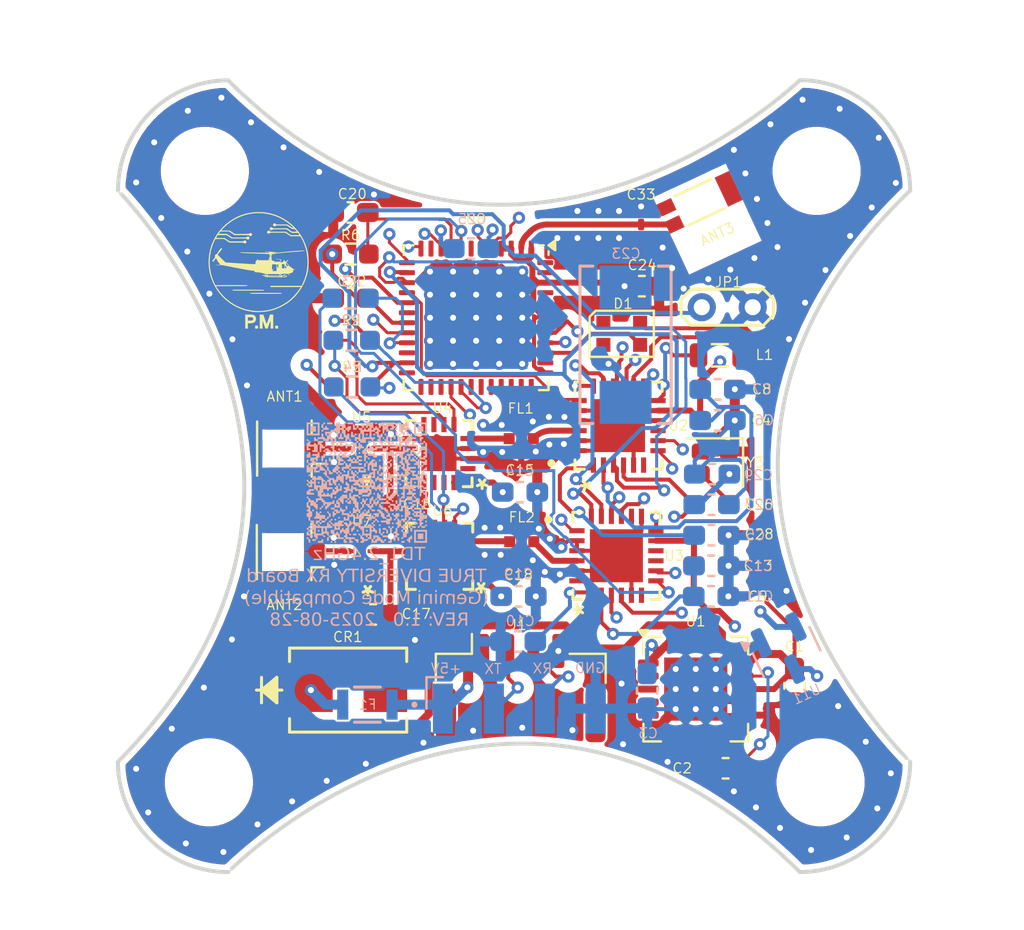
<source format=kicad_pcb>
(kicad_pcb (version 20241229) (generator "pcbnew") (generator_version "9.0")
  (layers (0 "F.Cu" signal) (4 "In1.Cu" power) (6 "In2.Cu" power) (8 "In3.Cu" signal) (10 "In4.Cu" power) (2 "B.Cu" signal) (13 "F.Paste" user) (15 "B.Paste" user) (5 "F.SilkS" user "F.Silkscreen") (7 "B.SilkS" user "B.Silkscreen") (1 "F.Mask" user) (3 "B.Mask" user) (25 "Edge.Cuts" user))
  (net 0 "")
  (net 1 "Net-(U8-LNA_IN)")
  (net 2 "/RFX2401C_ANT1/ANT1")
  (net 3 "GND")
  (net 4 "/RFX2401C_ANT2/ANT2")
  (net 5 "+5V")
  (net 6 "Net-(U1-NR)")
  (net 7 "+3.3V")
  (net 8 "Net-(U2-VR_PA)")
  (net 9 "/SX1280_ANT1/VDD_INN")
  (net 10 "Net-(U3-VR_PA)")
  (net 11 "/SX1280_ANT2/VDD_INN")
  (net 12 "/RFX2401C_ANT1/FL1")
  (net 13 "/RFX2401C_ANT2/FL2")
  (net 14 "Net-(U8-EN)")
  (net 15 "Net-(D1-DIN)")
  (net 16 "/RFX2401C_ANT1/TXRX_1")
  (net 17 "/SX1280_ANT1/RFIO")
  (net 18 "/RFX2401C_ANT2/TXRX_2")
  (net 19 "/SX1280_ANT2/RFIO")
  (net 20 "/RX")
  (net 21 "/TX")
  (net 22 "Net-(JP1-A)")
  (net 23 "Net-(U4-TXEN)")
  (net 24 "/ESP32/TXEN_1")
  (net 25 "/ESP32/RXEN_1")
  (net 26 "Net-(U4-RXEN)")
  (net 27 "Net-(U6-TXEN)")
  (net 28 "/ESP32/TXEN_2")
  (net 29 "/ESP32/RXEN_2")
  (net 30 "Net-(U6-RXEN)")
  (net 37 "/ESP32/DIO1")
  (net 38 "/SCK")
  (net 39 "/MOSI")
  (net 41 "/TCXO")
  (net 42 "Net-(C26-Pad1)")
  (net 44 "/BUSY_1")
  (net 45 "/RESET")
  (net 46 "/ESP32/NSS_CTS_1")
  (net 47 "+2.8V")
  (net 48 "/MISO")
  (net 52 "/ESP32/NSS_CTS_2")
  (net 53 "/SX1280_ANT1/V_DCC2")
  (net 54 "/ESP32/DIO2")
  (net 56 "/BUSY_2")
  (net 91 "F2")
  (footprint "LED_SMD:LED_WS2812B-2020_PLCC4_2.0x2.0mm" (layer "F.Cu") (at 152.36 80.25)
    (property "Reference" "D1")
    (property "Value" "WS2812B-2020" (hide yes))
  )
  (footprint "Capacitor_SMD:C_0603_1608Metric_Pad1.08x0.95mm_HandSolder" (layer "F.Cu") (at 157.1349 83.0166)
    (property "Reference" "C8")
    (property "Value" "100nF" (hide yes))
  )
  (footprint "Capacitor_SMD:C_0603_1608Metric_Pad1.08x0.95mm_HandSolder" (layer "F.Cu") (at 147.2875 88.15)
    (property "Reference" "C15")
    (property "Value" "1uF" (hide yes))
  )
  (footprint "Capacitor_SMD:C_0603_1608Metric_Pad1.08x0.95mm_HandSolder" (layer "F.Cu") (at 139.9625 88.75 180)
    (property "Reference" "C16")
    (property "Value" "220pF" (hide yes))
  )
  (footprint "Connector_Coaxial:U.FL_Hirose_U.FL-R-SMT-1_Vertical" (layer "F.Cu") (at 136.0152 85.9772 180)
    (property "Reference" "ANT1")
    (property "Value" "Conn_Coaxial" (hide yes))
  )
  (footprint "RFX2401C:RFX2401C_SKY" (layer "F.Cu") (at 143.2796 91.35 180)
    (property "Reference" "U6")
    (property "Value" "RFX2401C" (hide yes))
  )
  (footprint "Capacitor_SMD:C_0603_1608Metric_Pad1.08x0.95mm_HandSolder" (layer "F.Cu") (at 156.8375 88.775 180)
    (property "Reference" "C26")
    (property "Value" "1nF" (hide yes))
  )
  (footprint "Capacitor_SMD:C_01005_0402Metric_Pad0.57x0.30mm_HandSolder" (layer "F.Cu") (at 153.325 75.1375 -90)
    (property "Reference" "C33")
    (property "Value" "1.5pF" (hide yes))
  )
  (footprint "" (layer "F.Cu") (at 131.775 102.625)
    (property "Reference" "Hole3" (hide yes))
    (property "Value" "")
  )
  (footprint "Resistor_SMD:R_0603_1608Metric_Pad0.98x0.95mm_HandSolder" (layer "F.Cu") (at 138.9125 82.9)
    (property "Reference" "R5")
    (property "Value" "10K" (hide yes))
  )
  (footprint "2450FM07D0034T:2450FM07D0034T" (layer "F.Cu") (at 147.35 85.48 180)
    (property "Reference" "FL1")
    (property "Value" "2450FM07D0034T" (hide yes))
  )
  (footprint "" (layer "F.Cu") (at 131.575 72.125)
    (property "Reference" "hole2" (hide yes))
    (property "Value" "")
  )
  (footprint "Resistor_SMD:R_0603_1608Metric_Pad0.98x0.95mm_HandSolder" (layer "F.Cu") (at 138.9 80.575 180)
    (property "Reference" "R1")
    (property "Value" "10K" (hide yes))
  )
  (footprint "2450LP14B100:CHIP_SMD_1P6XP8_JOD" (layer "F.Cu") (at 139.385 85.975 180)
    (property "Reference" "U5")
    (property "Value" "2450LP14B100" (hide yes))
  )
  (footprint "RFX2401C:RFX2401C_SKY" (layer "F.Cu") (at 143.2454 86.225 180)
    (property "Reference" "U4")
    (property "Value" "RFX2401C" (hide yes))
  )
  (footprint "Inductor_SMD:L_0805_2012Metric" (layer "F.Cu") (at 157.25 81.325)
    (property "Reference" "L1")
    (property "Value" "15u" (hide yes))
  )
  (footprint "2450LP14B100:CHIP_SMD_1P6XP8_JOD" (layer "F.Cu") (at 139.369 91.1 180)
    (property "Reference" "U7")
    (property "Value" "2450LP14B100" (hide yes))
  )
  (footprint "W3008:ANTENNA_W3008" (layer "F.Cu") (at 156.2383 73.6933 -155)
    (property "Reference" "ANT3")
    (property "Value" "W3008" (hide yes))
  )
  (footprint "Crystal:Crystal_SMD_2016-4Pin_2.0x1.6mm" (layer "F.Cu") (at 157 86.675 180)
    (property "Reference" "Y3")
    (property "Value" "52Mhz TCXO" (hide yes))
  )
  (footprint "" (layer "F.Cu") (at 162.275 102.625)
    (property "Reference" "Hole4" (hide yes))
    (property "Value" "")
  )
  (footprint "Package_DFN_QFN:QFN-48-1EP_7x7mm_P0.5mm_EP5.1x5.1mm_ThermalVias" (layer "F.Cu") (at 145.1 79.45 -90)
    (property "Reference" "U8")
    (property "Value" "ESP32-PICO-D4" (hide yes))
  )
  (footprint "ul_SMBJ60A:SMBJSeries_LTF" (layer "F.Cu") (at 138.718 98.025)
    (property "Reference" "CR1")
    (property "Value" "SMBJ60A" (hide yes))
  )
  (footprint "Capacitor_SMD:C_0603_1608Metric_Pad1.08x0.95mm_HandSolder" (layer "F.Cu") (at 160.975 97.8125 -90)
    (property "Reference" "C1")
    (property "Value" "10uF" (hide yes))
  )
  (footprint "Resistor_SMD:R_0603_1608Metric_Pad0.98x0.95mm_HandSolder" (layer "F.Cu") (at 138.8375 76.275)
    (property "Reference" "R6")
    (property "Value" "10K" (hide yes))
  )
  (footprint "" (layer "F.Cu") (at 162.075 72.125)
    (property "Reference" "hole1" (hide yes))
    (property "Value" "")
  )
  (footprint "Capacitor_SMD:C_0603_1608Metric_Pad1.08x0.95mm_HandSolder" (layer "F.Cu") (at 153.3625 77.875)
    (property "Reference" "C24")
    (property "Value" "100nF" (hide yes))
  )
  (footprint "Capacitor_SMD:C_0603_1608Metric_Pad1.08x0.95mm_HandSolder" (layer "F.Cu") (at 147.2125 93.35)
    (property "Reference" "C18")
    (property "Value" "220pF" (hide yes))
  )
  (footprint "Connector_Coaxial:U.FL_Hirose_U.FL-R-SMT-1_Vertical" (layer "F.Cu") (at 136 91.14 180)
    (property "Reference" "ANT2")
    (property "Value" "Conn_Coaxial" (hide yes))
  )
  (footprint "2450FM07D0034T:2450FM07D0034T" (layer "F.Cu") (at 147.375 90.625 180)
    (property "Reference" "FL2")
    (property "Value" "2450FM07D0034T" (hide yes))
  )
  (footprint "Capacitor_SMD:C_0603_1608Metric_Pad1.08x0.95mm_HandSolder" (layer "F.Cu") (at 138.8375 78.475 180)
    (property "Reference" "C22")
    (property "Value" "100nF" (hide yes))
  )
  (footprint "Connector_JST:JST_GH_SM04B-GHS-TB_1x04-1MP_P1.25mm_Horizontal" (layer "F.Cu") (at 147.325 97.925)
    (property "Reference" "J1")
    (property "Value" "Conn_01x04_Pin" (hide yes))
  )
  (footprint "Capacitor_SMD:C_0603_1608Metric_Pad1.08x0.95mm_HandSolder" (layer "F.Cu") (at 138.8375 74.2)
    (property "Reference" "C20")
    (property "Value" "0.1uF" (hide yes))
  )
  (footprint "Capacitor_SMD:C_0603_1608Metric_Pad1.08x0.95mm_HandSolder" (layer "F.Cu") (at 156.8125 93.35)
    (property "Reference" "C9")
    (property "Value" "100nF" (hide yes))
  )
  (footprint "Capacitor_SMD:C_0603_1608Metric_Pad1.08x0.95mm_HandSolder" (layer "F.Cu") (at 156.825 90.3)
    (property "Reference" "C28")
    (property "Value" "1uF" (hide yes))
  )
  (footprint "Capacitor_SMD:C_0603_1608Metric_Pad1.08x0.95mm_HandSolder" (layer "F.Cu") (at 157.1318 84.575)
    (property "Reference" "C4")
    (property "Value" "100nF" (hide yes))
  )
  (footprint "Capacitor_SMD:C_0603_1608Metric_Pad1.08x0.95mm_HandSolder" (layer "F.Cu") (at 139.9625 94.25 180)
    (property "Reference" "C17")
    (property "Value" "220pF" (hide yes))
  )
  (footprint "SX1280IMLTRT:QFN24_4X4_SEM" (layer "F.Cu") (at 152.0935 91.325 90)
    (property "Reference" "U3")
    (property "Value" "SX1280IMLTRT" (hide yes))
  )
  (footprint "SX1280IMLTRT:QFN24_4X4_SEM" (layer "F.Cu") (at 152.2 84.8315 90)
    (property "Reference" "U2")
    (property "Value" "SX1280IMLTRT" (hide yes))
  )
  (footprint "Capacitor_SMD:C_0603_1608Metric_Pad1.08x0.95mm_HandSolder" (layer "F.Cu") (at 156.8224 91.825)
    (property "Reference" "C13")
    (property "Value" "100nF" (hide yes))
  )
  (footprint "Package_DFN_QFN:Texas_RGW0020A_VQFN-20-1EP_5x5mm_P0.65mm_EP3.15x3.15mm_ThermalVias" (layer "F.Cu") (at 156.05 97.975)
    (property "Reference" "U1")
    (property "Value" "TPS7A4701xRGW" (hide yes))
  )
  (footprint "TestPoint:TestPoint_2Pads_Pitch2.54mm_Drill0.8mm" (layer "F.Cu") (at 156.35 78.925)
    (property "Reference" "JP1")
    (property "Value" "Jumper_2_Small_Bridged" (hide yes))
  )
  (footprint "logo:logo" (layer "F.Cu") (at 134.25 77.075)
    (property "Reference" "G***" (hide yes))
    (property "Value" "LOGO" (hide yes))
  )
  (footprint "Capacitor_SMD:C_0603_1608Metric_Pad1.08x0.95mm_HandSolder" (layer "F.Cu") (at 157.5375 101.925 180)
    (property "Reference" "C2")
    (property "Value" "1uF" (hide yes))
  )
  (footprint "Resistor_SMD:R_0603_1608Metric_Pad0.98x0.95mm_HandSolder" (layer "B.Cu") (at 138.8875 80.575 180)
    (property "Reference" "R2")
    (property "Value" "10K" (hide yes))
  )
  (footprint "Capacitor_SMD:C_0603_1608Metric_Pad1.08x0.95mm_HandSolder" (layer "B.Cu") (at 156.8125 93.35)
    (property "Reference" "C11")
    (property "Value" "10nF" (hide yes))
  )
  (footprint "Capacitor_SMD:C_0603_1608Metric_Pad1.08x0.95mm_HandSolder" (layer "B.Cu") (at 156.8375 88.775)
    (property "Reference" "C27")
    (property "Value" "100nF" (hide yes))
  )
  (footprint "Resistor_SMD:R_0603_1608Metric_Pad0.98x0.95mm_HandSolder" (layer "B.Cu") (at 138.9125 82.9 180)
    (property "Reference" "R4")
    (property "Value" "10K" (hide yes))
  )
  (footprint "Connector_Harwin:Harwin_M20-89004xx_1x04_P2.54mm_Horizontal" (layer "B.Cu") (at 147.255 104.475 -90)
    (property "Reference" "J2" (hide yes))
    (property "Value" "Conn_01x04_Socket" (hide yes))
  )
  (footprint "ul_MF-PSMF020X-2:FUSE_F020X_BRN" (layer "B.Cu") (at 139.6791 98.75 180)
    (property "Reference" "F1")
    (property "Value" "MF-PSMF020X-2" (hide yes))
  )
  (footprint "ECASD40J106M055K00:ECASD40J106M055K00" (layer "B.Cu") (at 152.55 80.8 90)
    (property "Reference" "C23")
    (property "Value" "10uF" (hide yes))
  )
  (footprint "Capacitor_SMD:C_0603_1608Metric_Pad1.08x0.95mm_HandSolder" (layer "B.Cu") (at 156.8375 90.3 180)
    (property "Reference" "C5")
    (property "Value" "10nF" (hide yes))
  )
  (footprint "Capacitor_SMD:C_0603_1608Metric_Pad1.08x0.95mm_HandSolder" (layer "B.Cu") (at 144.85 76 180)
    (property "Reference" "C25")
    (property "Value" "100nF" (hide yes))
  )
  (footprint "LOGO" (layer "B.Cu") (at 139.65 87.675 180)
    (property "Reference" "G***" (hide yes))
    (property "Value" "LOGO" (hide yes))
  )
  (footprint "Capacitor_SMD:C_0603_1608Metric_Pad1.08x0.95mm_HandSolder" (layer "B.Cu") (at 153.625 98.0625 -90)
    (property "Reference" "C3")
    (property "Value" "47uF" (hide yes))
  )
  (footprint "Package_TO_SOT_SMD:SOT-23" (layer "B.Cu") (at 160.578795 96.125336 -65)
    (property "Reference" "U11")
    (property "Value" "AP2138N-2.8TRG1" (hide yes))
  )
  (footprint "Capacitor_SMD:C_0603_1608Metric_Pad1.08x0.95mm_HandSolder" (layer "B.Cu") (at 157.1375 84.575)
    (property "Reference" "C6")
    (property "Value" "10nF" (hide yes))
  )
  (footprint "Capacitor_SMD:C_0603_1608Metric_Pad1.08x0.95mm_HandSolder" (layer "B.Cu") (at 147.2875 88.15)
    (property "Reference" "C14")
    (property "Value" "220pF" (hide yes))
  )
  (footprint "Resistor_SMD:R_0603_1608Metric_Pad0.98x0.95mm_HandSolder" (layer "B.Cu") (at 138.8375 78.475 180)
    (property "Reference" "R3")
    (property "Value" "10K" (hide yes))
  )
  (footprint "Capacitor_SMD:C_0603_1608Metric_Pad1.08x0.95mm_HandSolder" (layer "B.Cu") (at 157.1375 83.025)
    (property "Reference" "C7")
    (property "Value" "470nF" (hide yes))
  )
  (footprint "Capacitor_SMD:C_0603_1608Metric_Pad1.08x0.95mm_HandSolder" (layer "B.Cu") (at 156.8625 87.25 180)
    (property "Reference" "C29")
    (property "Value" "1uF" (hide yes))
  )
  (footprint "Capacitor_SMD:C_0603_1608Metric_Pad1.08x0.95mm_HandSolder" (layer "B.Cu") (at 147.2125 93.35)
    (property "Reference" "C19")
    (property "Value" "1uF" (hide yes))
  )
  (footprint "Capacitor_SMD:C_0603_1608Metric_Pad1.08x0.95mm_HandSolder" (layer "B.Cu") (at 156.825 91.825)
    (property "Reference" "C12")
    (property "Value" "470nF" (hide yes))
  )
  (footprint "Capacitor_SMD:C_0603_1608Metric_Pad1.08x0.95mm_HandSolder" (layer "B.Cu") (at 147.1875 95.6)
    (property "Reference" "C10")
    (property "Value" "10nF" (hide yes))
  )
  (gr_line (start 166.7392 101.6012) (end 166.740101 101.599975) (stroke (width 0.2)) (layer "Edge.Cuts"))
  (gr_arc (start 127.24538 73.1012) (mid 128.851392 69.217765) (end 132.733017 67.607383) (stroke (width 0.2)) (layer "Edge.Cuts"))
  (gr_curve (pts (xy 132.7392 67.611247) (xy 146.738922 81.570386) (xy 161.2392 67.6012) (xy 161.2392 67.6012)) (stroke (width 0.2)) (layer "Edge.Cuts"))
  (gr_curve (pts (xy 161.2392 107.1012) (xy 146.724643 92.678549) (xy 132.7392 107.104197) (xy 132.7392 107.1012)) (stroke (width 0.2)) (layer "Edge.Cuts"))
  (gr_curve (pts (xy 166.74117 73.1012) (xy 151.890177 87.371493) (xy 166.740177 101.599975) (xy 166.740101 101.599975)) (stroke (width 0.2)) (layer "Edge.Cuts"))
  (gr_curve (pts (xy 127.239223 101.6012) (xy 141.417583 87.300732) (xy 127.240223 73.101892) (xy 127.240269 73.101872)) (stroke (width 0.2)) (layer "Edge.Cuts"))
  (gr_arc (start 132.7392 107.1012) (mid 128.850113 105.490287) (end 127.2392 101.6012) (stroke (width 0.2)) (layer "Edge.Cuts"))
  (gr_arc (start 166.739672 101.6012) (mid 165.128386 105.490718) (end 161.238731 107.101672) (stroke (width 0.2)) (layer "Edge.Cuts"))
  (gr_arc (start 161.2392 67.6012) (mid 165.128287 69.212113) (end 166.7392 73.1012) (stroke (width 0.2)) (layer "Edge.Cuts"))
  (gr_line (start 166.74117 73.100615) (end 166.7392 73.1012) (stroke (width 0.2)) (layer "Edge.Cuts"))
  (gr_text "TD1_2.4GHz \nTRUE DIVERSITY RX Board\n(Gemini Mode Compatible)\nREV: 1.0   2025-08-28 " (at 139.625 94.925 0) (layer "B.SilkS") (effects (font (size 0.65 0.65) (thickness 0.05)) (justify bottom mirror)))
  (segment (start 147.796447 75.153553) (end 147.6187 75.3313) (width 0.3) (layer "F.Cu") (net 1))
  (segment (start 148.650001 74.8) (end 153.325 74.8) (width 0.3) (layer "F.Cu") (net 1))
  (segment (start 153.325 74.8) (end 154.988938 74.8) (width 0.3) (layer "F.Cu") (net 1))
  (arc (start 147.35 75.980001) (mid 147.419832 75.628926) (end 147.618699 75.331299) (width 0.3) (layer "F.Cu") (net 1))
  (arc (start 147.796447 75.153553) (mid 148.18806 74.891884) (end 148.650001 74.799999) (width 0.3) (layer "F.Cu") (net 1))
  (segment (start 137.0652 85.9772) (end 138.7978 85.9772) (width 0.3) (layer "F.Cu") (net 2))
  (segment (start 138.7978 85.9772) (end 138.8 85.975) (width 0.3) (layer "F.Cu") (net 2))
  (segment (start 156.05 101.3) (end 156.675 101.925) (width 0.2) (layer "F.Cu") (net 3))
  (segment (start 142.495399 85.474999) (end 143.2454 86.225) (width 0.2) (layer "F.Cu") (net 3))
  (segment (start 144.725 91.1) (end 143.5296 91.1) (width 0.2) (layer "F.Cu") (net 3))
  (segment (start 150.125 92.575) (end 150.8435 92.575) (width 0.2) (layer "F.Cu") (net 3))
  (segment (start 152.843501 92.075001) (end 152.0935 91.325) (width 0.2) (layer "F.Cu") (net 3))
  (segment (start 141.8342 90.599999) (end 142.529599 90.599999) (width 0.2) (layer "F.Cu") (net 3))
  (segment (start 141.8 85.474999) (end 142.495399 85.474999) (width 0.2) (layer "F.Cu") (net 3))
  (segment (start 142.05 96.55) (end 142.05 95.525) (width 0.23) (layer "F.Cu") (net 3))
  (segment (start 141.8342 91.6) (end 143.0296 91.6) (width 0.2) (layer "F.Cu") (net 3))
  (segment (start 144.6908 86.475) (end 143.4954 86.475) (width 0.2) (layer "F.Cu") (net 3))
  (segment (start 156.05 100.3375) (end 155.4 100.3375) (width 0.2) (layer "F.Cu") (net 3))
  (segment (start 144.6908 85.975) (end 143.4954 85.975) (width 0.2) (layer "F.Cu") (net 3))
  (segment (start 153.3435 90.075) (end 152.0935 91.325) (width 0.2) (layer "F.Cu") (net 3))
  (segment (start 142.529599 89.9046) (end 142.529599 90.599999) (width 0.2) (layer "F.Cu") (net 3))
  (segment (start 153.45 83.5815) (end 152.2 84.8315) (width 0.2) (layer "F.Cu") (net 3))
  (segment (start 153.927447 82.276034) (end 153.45 82.753481) (width 0.2) (layer "F.Cu") (net 3))
  (segment (start 151.449999 85.581501) (end 152.2 84.8315) (width 0.2) (layer "F.Cu") (net 3))
  (segment (start 152.950001 86.8) (end 152.950001 85.581501) (width 0.2) (layer "F.Cu") (net 3))
  (segment (start 144.725 91.6) (end 143.5296 91.6) (width 0.2) (layer "F.Cu") (net 3))
  (segment (start 140.575 98.025) (end 142.05 96.55) (width 0.23) (layer "F.Cu") (net 3))
  (segment (start 150.95 86.0815) (end 152.2 84.8315) (width 0.2) (layer "F.Cu") (net 3))
  (segment (start 150.2315 84.081499) (end 151.449999 84.081499) (width 0.2) (layer "F.Cu") (net 3))
  (segment (start 151.445 81.495) (end 151.7 81.75) (width 0.2) (layer "F.Cu") (net 3))
  (segment (start 150.125 92.075001) (end 151.343499 92.075001) (width 0.2) (layer "F.Cu") (net 3))
  (segment (start 150.2315 86.0815) (end 150.95 86.0815) (width 0.2) (layer "F.Cu") (net 3))
  (segment (start 151.95 84.5815) (end 152.2 84.8315) (width 0.2) (layer "F.Cu") (net 3))
  (segment (start 157.35 99.275) (end 157.05 98.975) (width 0.2) (layer "F.Cu") (net 3))
  (segment (start 155.4 100.850186) (end 154.646312 101.603874) (width 0.2) (layer "F.Cu") (net 3))
  (segment (start 143.4954 85.975) (end 143.2454 86.225) (width 0.2) (layer "F.Cu") (net 3))
  (segment (start 156.3 86.125) (end 157.85 84.575) (width 0.2) (layer "F.Cu") (net 3))
  (segment (start 143.4954 86.475) (end 143.2454 86.225) (width 0.2) (layer "F.Cu") (net 3))
  (segment (start 142.9954 86.475) (end 143.2454 86.225) (width 0.2) (layer "F.Cu") (net 3))
  (segment (start 150.05 84.4) (end 150.2315 84.5815) (width 0.2) (layer "F.Cu") (net 3))
  (segment (start 150.2315 85.581501) (end 151.449999 85.581501) (width 0.2) (layer "F.Cu") (net 3))
  (segment (start 153.45 82.753481) (end 153.45 82.863) (width 0.2) (layer "F.Cu") (net 3))
  (segment (start 151.343499 92.075001) (end 152.0935 91.325) (width 0.2) (layer "F.Cu") (net 3))
  (segment (start 152.950001 85.581501) (end 152.2 84.8315) (width 0.2) (layer "F.Cu") (net 3))
  (segment (start 149.675001 90.574999) (end 149.35 90.9) (width 0.2) (layer "F.Cu") (net 3))
  (segment (start 141.8 86.475) (end 142.9954 86.475) (width 0.2) (layer "F.Cu") (net 3))
  (segment (start 156.7 98.625) (end 156.05 97.975) (width 0.2) (layer "F.Cu") (net 3))
  (segment (start 149.5 84.4) (end 150.05 84.4) (width 0.2) (layer "F.Cu") (net 3))
  (segment (start 152.843501 93.2935) (end 152.843501 92.075001) (width 0.2) (layer "F.Cu") (net 3))
  (segment (start 150.125 90.574999) (end 149.675001 90.574999) (width 0.2) (layer "F.Cu") (net 3))
  (segment (start 153.3435 89.3565) (end 153.3435 90.075) (width 0.2) (layer "F.Cu") (net 3))
  (segment (start 153.45 82.863) (end 153.45 83.5815) (width 0.2) (layer "F.Cu") (net 3))
  (segment (start 150.125 91.075) (end 150.125 90.574999) (width 0.2) (layer "F.Cu") (net 3))
  (segment (start 143.0296 91.6) (end 143.2796 91.35) (width 0.2) (layer "F.Cu") (net 3))
  (segment (start 151.449999 84.081499) (end 152.2 84.8315) (width 0.2) (layer "F.Cu") (net 3))
  (segment (start 154.587464 73.938993) (end 153.363993 73.938993) (width 0.2) (layer "F.Cu") (net 3))
  (segment (start 143.5296 91.1) (end 143.2796 91.35) (width 0.2) (layer "F.Cu") (net 3))
  (segment (start 142.495399 84.7796) (end 142.495399 85.474999) (width 0.2) (layer "F.Cu") (net 3))
  (segment (start 158.4125 99.275) (end 157.35 99.275) (width 0.2) (layer "F.Cu") (net 3))
  (segment (start 158.4125 98.625) (end 156.7 98.625) (width 0.2) (layer "F.Cu") (net 3))
  (segment (start 150.125 91.075) (end 151.8435 91.075) (width 0.2) (layer "F.Cu") (net 3))
  (segment (start 151.445 80.8) (end 151.445 81.495) (width 0.2) (layer "F.Cu") (net 3))
  (segment (start 151.8435 91.075) (end 152.0935 91.325) (width 0.2) (layer "F.Cu") (net 3))
  (segment (start 155.4 100.3375) (end 155.4 100.850186) (width 0.2) (layer "F.Cu") (net 3))
  (segment (start 157.85 84.575) (end 157.9943 84.575) (width 0.2) (layer "F.Cu") (net 3))
  (segment (start 156.05 100.3375) (end 156.05 101.3) (width 0.2) (layer "F.Cu") (net 3))
  (segment (start 149.912999 84.4) (end 150.2315 84.081499) (width 0.2) (layer "F.Cu") (net 3))
  (segment (start 150.2315 84.5815) (end 151.95 84.5815) (width 0.2) (layer "F.Cu") (net 3))
  (segment (start 143.5296 91.6) (end 143.2796 91.35) (width 0.2) (layer "F.Cu") (net 3))
  (segment (start 150.8435 92.575) (end 152.0935 91.325) (width 0.2) (layer "F.Cu") (net 3))
  (segment (start 142.529599 90.599999) (end 143.2796 91.35) (width 0.2) (layer "F.Cu") (net 3))
  (segment (start 149.5 84.4) (end 149.912999 84.4) (width 0.2) (layer "F.Cu") (net 3))
  (segment (start 153.363993 73.938993) (end 153.325 73.9) (width 0.2) (layer "F.Cu") (net 3))
  (via (at 162.518039 77.070476) (size 0.61) (drill 0.3) (layers "F.Cu" "B.Cu") (net 3))
  (via (at 132.925 95.5) (size 0.61) (drill 0.3) (layers "F.Cu" "B.Cu") (net 3))
  (via (at 129.925 99.95) (size 0.61) (drill 0.3) (layers "F.Cu" "B.Cu") (net 3))
  (via (at 159.05 103.875) (size 0.61) (drill 0.3) (layers "F.Cu" "B.Cu") (net 3))
  (via (at 150.15 75.475) (size 0.61) (drill 0.3) (layers "F.Cu" "B.Cu") (net 3))
  (via (at 157.9943 84.575) (size 0.61) (drill 0.3) (layers "F.Cu" "B.Cu") (net 3))
  (via (at 153.325 73.9) (size 0.61) (drill 0.3) (layers "F.Cu" "B.Cu") (net 3))
  (via (at 137.65 102.55) (size 0.61) (drill 0.3) (layers "F.Cu" "B.Cu") (net 3))
  (via (at 160.700552 80.518044) (size 0.61) (drill 0.3) (layers "F.Cu" "B.Cu") (net 3))
  (via (at 164.525 100.6) (size 0.61) (drill 0.3) (layers "F.Cu" "B.Cu") (net 3))
  (via (at 139.6 101.7) (size 0.61) (drill 0.3) (layers "F.Cu" "B.Cu") (net 3))
  (via (at 165.175 70.475) (size 0.61) (drill 0.3) (layers "F.Cu" "B.Cu") (net 3))
  (via (at 128.15 72.7) (size 0.61) (drill 0.3) (layers "F.Cu" "B.Cu") (net 3))
  (via (at 155.45 78) (size 0.61) (drill 0.3) (layers "F.Cu" "B.Cu") (net 3))
  (via (at 131.525 97.9) (size 0.61) (drill 0.3) (layers "F.Cu" "B.Cu") (net 3))
  (via (at 163.15 98.825) (size 0.61) (drill 0.3) (layers "F.Cu" "B.Cu") (net 3))
  (via (at 157.6849 91.825) (size 0.61) (drill 0.3) (layers "F.Cu" "B.Cu") (net 3))
  (via (at 159.775 69.8) (size 0.61) (drill 0.3) (layers "F.Cu" "B.Cu") (net 3))
  (via (at 128.15 101.95) (size 0.61) (drill 0.3) (layers "F.Cu" "B.Cu") (net 3))
  (via (at 145.525 91.275) (size 0.61) (drill 0.3) (layers "F.Cu" "B.Cu") (net 3))
  (via (at 154.646312 101.603874) (size 0.61) (drill 0.3) (layers "F.Cu" "B.Cu") (net 3))
  (via (at 146.4 86.15) (size 0.61) (drill 0.3) (layers "F.Cu" "B.Cu") (net 3))
  (via (at 152.225 75.475) (size 0.61) (drill 0.3) (layers "F.Cu" "B.Cu") (net 3))
  (via (at 157.95 103.075) (size 0.61) (drill 0.3) (layers "F.Cu" "B.Cu") (net 3))
  (via (at 149.9 100.025) (size 0.61) (drill 0.3) (layers "F.Cu" "B.Cu") (net 3))
  (via (at 137.275 72.175) (size 0.61) (drill 0.3) (layers "F.Cu" "B.Cu") (net 3))
  (via (at 158.525 72.25) (size 0.61) (drill 0.3) (layers "F.Cu" "B.Cu") (net 3))
  (via (at 157.775 77.05) (size 0.61) (drill 0.3) (layers "F.Cu" "B.Cu") (net 3))
  (via (at 138 90.425) (size 0.61) (drill 0.3) (layers "F.Cu" "B.Cu") (net 3))
  (via (at 161.5 78.7) (size 0.61) (drill 0.3) (layers "F.Cu" "B.Cu") (net 3))
  (via (at 146.375 84.8) (size 0.61) (drill 0.3) (layers "F.Cu" "B.Cu") (net 3))
  (via (at 148.075 93.35) (size 0.61) (drill 0.3) (layers "F.Cu" "B.Cu") (net 3))
  (via (at 156.675 77.525) (size 0.61) (drill 0.3) (layers "F.Cu" "B.Cu") (net 3))
  (via (at 133.875 69.7) (size 0.61) (drill 0.3) (layers "F.Cu" "B.Cu") (net 3))
  (via (at 135.5 70.95) (size 0.61) (drill 0.3) (layers "F.Cu" "B.Cu") (net 3))
  (via (at 163.225 69.025) (size 0.61) (drill 0.3) (layers "F.Cu" "B.Cu") (net 3))
  (via (at 138 85.3) (size 0.61) (drill 0.3) (layers "F.Cu" "B.Cu") (net 3))
  (via (at 159.625 74.725) (size 0.61) (drill 0.3) (layers "F.Cu" "B.Cu") (net 3))
  (via (at 145.525 89.925) (size 0.61) (drill 0.3) (layers "F.Cu" "B.Cu") (net 3))
  (via (at 160.575 93.075) (size 0.61) (drill 0.3) (layers "F.Cu" "B.Cu") (net 3))
  (via (at 140.85 85.25) (size 0.61) (drill 0.3) (layers "F.Cu" "B.Cu") (net 3))
  (via (at 166.025 72.725) (size 0.61) (drill 0.3) (layers "F.Cu" "B.Cu") (net 3))
  (via (at 160.125 75.925) (size 0.61) (drill 0.3) (layers "F.Cu" "B.Cu") (net 3))
  (via (at 130.725 69.125) (size 0.61) (drill 0.3) (layers "F.Cu" "B.Cu") (net 3))
  (via (at 151.2 75.475) (size 0.61) (drill 0.3) (layers "F.Cu" "B.Cu") (net 3))
  (via (at 147.925 84.625) (size 0.61) (drill 0.3) (layers "F.Cu" "B.Cu") (net 3))
  (via (at 146.325 91.275) (size 0.61) (drill 0.3) (layers "F.Cu" "B.Cu") (net 3))
  (via (at 138.025 86.65) (size 0.61) (drill 0.3) (layers "F.Cu" "B.Cu") (net 3))
  (via (at 149.2 96.075) (size 0.61) (drill 0.3) (layers "F.Cu" "B.Cu") (net 3))
  (via (at 148.525 92.125) (size 0.61) (drill 0.3) (layers "F.Cu" "B.Cu") (net 3))
  (via (at 133.525 93.35) (size 0.61) (drill 0.3) (layers "F.Cu" "B.Cu") (net 3))
  (via (at 145.45 86.15) (size 0.61) (drill 0.3) (layers "F.Cu" "B.Cu") (net 3))
  (via (at 145.45 84.8) (size 0.61) (drill 0.3) (layers "F.Cu" "B.Cu") (net 3))
  (via (at 150.15 74.125) (size 0.61) (drill 0.3) (layers "F.Cu" "B.Cu") (net 3))
  (via (at 129.05 70.7) (size 0.61) (drill 0.3) (layers "F.Cu" "B.Cu") (net 3))
  (via (at 148.225 89.975) (size 0.61) (drill 0.3) (layers "F.Cu" "B.Cu") (net 3))
  (via (at 149.275 92.25) (size 0.61) (drill 0.3) (layers "F.Cu" "B.Cu") (net 3))
  (via (at 159.1 73.525) (size 0.61) (drill 0.3) (layers "F.Cu" "B.Cu") (net 3))
  (via (at 153.927447 82.276034) (size 0.61) (drill 0.3) (layers "F.Cu" "B.Cu") (net 3))
  (via (at 157.6875 90.3) (size 0.61) (drill 0.3) (layers "F.Cu" "B.Cu") (net 3))
  (via (at 131.8 78.25) (size 0.61) (drill 0.3) (layers "F.Cu" "B.Cu") (net 3))
  (via (at 143.340001 75.093752) (size 0.61) (drill 0.3) (layers "F.Cu" "B.Cu") (net 3))
  (via (at 138.025 91.775) (size 0.61) (drill 0.3) (layers "F.Cu" "B.Cu") (net 3))
  (via (at 152.35 97.7) (size 0.61) (drill 0.3) (layers "F.Cu" "B.Cu") (net 3))
  (via (at 148.725 84.4) (size 0.61) (drill 0.3) (layers "F.Cu" "B.Cu") (net 3))
  (via (at 152.425 100.725) (size 0.61) (drill 0.3) (layers "F.Cu" "B.Cu") (net 3))
  (via (at 157.675 93.35) (size 0.61) (drill 0.3) (layers "F.Cu" "B.Cu") (net 3))
  (via (at 142.475 100.65) (size 0.61) (drill 0.3) (layers "F.Cu" "B.Cu") (net 3))
  (via (at 133.675 82.825) (size 0.61) (drill 0.3) (layers "F.Cu" "B.Cu") (net 3))
  (via (at 161.375 68.575) (size 0.61) (drill 0.3) (layers "F.Cu" "B.Cu") (net 3))
  (via (at 146.3 89.925) (size 0.61) (drill 0.3) (layers "F.Cu" "B.Cu") (net 3))
  (via (at 164.825 73.95) (size 0.61) (drill 0.3) (layers "F.Cu" "B.Cu") (net 3))
  (via (at 129.4 74.475) (size 0.61) (drill 0.3) (layers "F.Cu" "B.Cu") (net 3))
  (via (at 151.2 74.125) (size 0.61) (drill 0.3) (layers "F.Cu" "B.Cu") (net 3))
  (via (at 157.9974 83.0166) (size 0.61) (drill 0.3) (layers "F.Cu" "B.Cu") (net 3))
  (via (at 140.004365 73.301803) (size 0.61) (drill 0.3) (layers "F.Cu" "B.Cu") (net 3))
  (via (at 147.925 91.55) (size 0.61) (drill 0.3) (layers "F.Cu" "B.Cu") (net 3))
  (via (at 134.2 104.725) (size 0.61) (drill 0.3) (layers "F.Cu" "B.Cu") (net 3))
  (via (at 165.1 103.925) (size 0.61) (drill 0.3) (layers "F.Cu" "B.Cu") (net 3))
  (via (at 154.875 76.975) (size 0.61) (drill 0.3) (layers "F.Cu" "B.Cu") (net 3))
  (via (at 148.075 86.125) (size 0.61) (drill 0.3) (layers "F.Cu" "B.Cu") (net 3))
  (via (at 140.85 90.35) (size 0.61) (drill 0.3) (layers "F.Cu" "B.Cu") (net 3))
  (via (at 158.975 76.475) (size 0.61) (drill 0.3) (layers "F.Cu" "B.Cu") (net 3))
  (via (at 149.15 75.475) (size 0.61) (drill 0.3) (layers "F.Cu" "B.Cu") (net 3))
  (via (at 151.7 81.75) (size 0.61) (drill 0.3) (layers "F.Cu" "B.Cu") (net 3))
  (via (at 148.15 88.15) (size 0.61) (drill 0.3) (layers "F.Cu" "B.Cu") (net 3))
  (via (at 163.747112 75.372687) (size 0.61) (drill 0.3) (layers "F.Cu" "B.Cu") (net 3))
  (via (at 148.75 85.775) (size 0.61) (drill 0.3) (layers "F.Cu" "B.Cu") (net 3))
  (via (at 142.05 95.525) (size 0.61) (drill 0.3) (layers "F.Cu" "B.Cu") (net 3))
  (via (at 163.575 105.375) (size 0.61) (drill 0.3) (layers "F.Cu" "B.Cu") (net 3))
  (via (at 132.5 106.1) (size 0.61) (drill 0.3) (layers "F.Cu" "B.Cu") (net 3))
  (via (at 165.775 102.175) (size 0.61) (drill 0.3) (layers "F.Cu" "B.Cu") (net 3))
  (via (at 157.95 71.075) (size 0.61) (drill 0.3) (layers "F.Cu" "B.Cu") (net 3))
  (via (at 154.4 75.95) (size 0.61) (drill 0.3) (layers "F.Cu" "B.Cu") (net 3))
  (via (at 144.95 100.05) (size 0.61) (drill 0.3) (layers "F.Cu" "B.Cu") (net 3))
  (via (at 152.225 74.125) (size 0.61) (drill 0.3) (layers "F.Cu" "B.Cu") (net 3))
  (via (at 130.7 76.15) (size 0.61) (drill 0.3) (layers "F.Cu" "B.Cu") (net 3))
  (via (at 149.5 84.4) (size 0.61) (drill 0.3) (layers "F.Cu" "B.Cu") (net 3))
  (via (at 161.8 106) (size 0.61) (drill 0.3) (layers "F.Cu" "B.Cu") (net 3))
  (via (at 135.925 103.575) (size 0.61) (drill 0.3) (layers "F.Cu" "B.Cu") (net 3))
  (via (at 149.475 85.75) (size 0.61) (drill 0.3) (layers "F.Cu" "B.Cu") (net 3))
  (via (at 132.95 80.525) (size 0.61) (drill 0.3) (layers "F.Cu" "B.Cu") (net 3))
  (via (at 148.775 90.475) (size 0.61) (drill 0.3) (layers "F.Cu" "B.Cu") (net 3))
  (via (at 160.25 104.9) (size 0.61) (drill 0.3) (layers "F.Cu" "B.Cu") (net 3))
  (via (at 147.4 99.9) (size 0.61) (drill 0.3) (layers "F.Cu" "B.Cu") (net 3))
  (via (at 130.625 105.675) (size 0.61) (drill 0.3) (layers "F.Cu" "B.Cu") (net 3))
  (via (at 128.75 104.125) (size 0.61) (drill 0.3) (layers "F.Cu" "B.Cu") (net 3))
  (via (at 132.4 68.475) (size 0.61) (drill 0.3) (layers "F.Cu" "B.Cu") (net 3))
  (via (at 149.35 90.9) (size 0.61) (drill 0.3) (layers "F.Cu" "B.Cu") (net 3))
  (segment (start 152.55 83.6702) (end 152.55 83.653481) (width 0.2) (layer "B.Cu") (net 3))
  (segment (start 152.55 83.6702) (end 152.55 82.6) (width 0.2) (layer "B.Cu") (net 3))
  (segment (start 158.4935 87.9815) (end 157.7 88.775) (width 0.2) (layer "B.Cu") (net 3))
  (segment (start 155.05 98.975) (end 153.675 98.975) (width 0.2) (layer "B.Cu") (net 3))
  (segment (start 143.340001 75.093752) (end 143.340001 75.730001) (width 0.23) (layer "B.Cu") (net 3))
  (segment (start 158.22564 86.544) (end 158.4935 86.81186) (width 0.2) (layer "B.Cu") (net 3))
  (segment (start 143.61 76) (end 143.9875 76) (width 0.23) (layer "B.Cu") (net 3))
  (segment (start 152.55 83.653481) (end 153.927447 82.276034) (width 0.2) (layer "B.Cu") (net 3))
  (segment (start 153.675 98.975) (end 153.625 98.925) (width 0.2) (layer "B.Cu") (net 3))
  (segment (start 156 86.575) (end 158 84.575) (width 0.2) (layer "B.Cu") (net 3))
  (segment (start 158.4935 86.81186) (end 158.4935 87.9815) (width 0.2) (layer "B.Cu") (net 3))
  (segment (start 156 87.25) (end 156 86.575) (width 0.2) (layer "B.Cu") (net 3))
  (segment (start 156 87.25) (end 156.706 86.544) (width 0.2) (layer "B.Cu") (net 3))
  (segment (start 143.340001 75.730001) (end 143.61 76) (width 0.23) (layer "B.Cu") (net 3))
  (segment (start 152.55 82.6) (end 151.7 81.75) (width 0.2) (layer "B.Cu") (net 3))
  (segment (start 156.706 86.544) (end 158.22564 86.544) (width 0.2) (layer "B.Cu") (net 3))
  (segment (start 138.784 91.1) (end 137.09 91.1) (width 0.3) (layer "F.Cu") (net 4))
  (segment (start 144.7 97.85) (end 144.7 96.825) (width 0.5) (layer "F.Cu") (net 5))
  (segment (start 144.7 96.825) (end 145.45 96.075) (width 0.5) (layer "F.Cu") (net 5))
  (via (at 144.6625 97.8875) (size 0.61) (drill 0.3) (layers "F.Cu" "B.Cu") (net 5))
  (segment (start 140.9082 98.75) (end 143.0984 98.75) (width 0.5) (layer "B.Cu") (net 5))
  (segment (start 143.0984 98.75) (end 143.51 99.1616) (width 0.5) (layer "B.Cu") (net 5))
  (segment (start 144.6625 97.8875) (end 144.7 97.85) (width 0.5) (layer "B.Cu") (net 5))
  (segment (start 143.51 99.04) (end 144.6625 97.8875) (width 0.5) (layer "B.Cu") (net 5))
  (segment (start 158.4 101.575) (end 158.4 101.925) (width 0.15) (layer "F.Cu") (net 6))
  (segment (start 159.475 97.325) (end 159.65 97.15) (width 0.15) (layer "F.Cu") (net 6))
  (segment (start 159.25 100.725) (end 158.4 101.575) (width 0.15) (layer "F.Cu") (net 6))
  (segment (start 158.4125 97.325) (end 159.475 97.325) (width 0.15) (layer "F.Cu") (net 6))
  (via (at 159.65 97.15) (size 0.61) (drill 0.3) (layers "F.Cu" "B.Cu") (net 6))
  (via (at 159.25 100.725) (size 0.61) (drill 0.3) (layers "F.Cu" "B.Cu") (net 6))
  (segment (start 159.65 97.15) (end 159.65 100.325) (width 0.15) (layer "B.Cu") (net 6))
  (segment (start 159.65 100.325) (end 159.25 100.725) (width 0.15) (layer "B.Cu") (net 6))
  (segment (start 155.687501 90.574999) (end 154.062 90.574999) (width 0.3) (layer "F.Cu") (net 7))
  (segment (start 157.226 94.076) (end 158 94.85) (width 0.3) (layer "F.Cu") (net 7))
  (segment (start 145.7954 92.7954) (end 146.35 93.35) (width 0.3) (layer "F.Cu") (net 7))
  (segment (start 148.275622 79.2) (end 148.55 79.2) (width 0.3) (layer "F.Cu") (net 7))
  (segment (start 152.125 77.7) (end 148.55 77.7) (width 0.3) (layer "F.Cu") (net 7))
  (segment (start 153.6875 96.675) (end 154.21875 96.14375) (width 0.4) (layer "F.Cu") (net 7))
  (segment (start 155.9599 90.3026) (end 155.9625 90.3) (width 0.3) (layer "F.Cu") (net 7))
  (segment (start 152.65 88.75) (end 152.3435 89.0565) (width 0.2) (layer "F.Cu") (net 7))
  (segment (start 148.150001 77.7) (end 147.906 77.455999) (width 0.3) (layer "F.Cu") (net 7))
  (segment (start 139.15 78.475) (end 137.925 77.25) (width 0.2) (layer "F.Cu") (net 7))
  (segment (start 138 82.9) (end 137.75 82.9) (width 0.2) (layer "F.Cu") (net 7))
  (segment (start 148.55 82.2) (end 148.341 81.991) (width 0.2) (layer "F.Cu") (net 7))
  (segment (start 137.925 77.25) (end 137.925 76.275) (width 0.2) (layer "F.Cu") (net 7))
  (segment (start 155.95 91.8349) (end 155.9599 91.825) (width 0.3) (layer "F.Cu") (net 7))
  (segment (start 152.5 77.875) (end 152.3 77.875) (width 0.3) (layer "F.Cu") (net 7))
  (segment (start 148.341 81.991) (end 148.11612 81.991) (width 0.2) (layer "F.Cu") (net 7))
  (segment (start 147.648999 76.601) (end 147.85 76.399999) (width 0.3) (layer "F.Cu") (net 7))
  (segment (start 154.21875 96.14375) (end 154.75 95.6125) (width 0.4) (layer "F.Cu") (net 7))
  (segment (start 147.906 76.858001) (end 147.648999 76.601) (width 0.3) (layer "F.Cu") (net 7))
  (segment (start 148.55 77.7) (end 148.150001 77.7) (width 0.3) (layer "F.Cu") (net 7))
  (segment (start 137.75 82.9) (end 136.65 81.8) (width 0.2) (layer "F.Cu") (net 7))
  (segment (start 155.775799 84.081499) (end 154.1685 84.081499) (width 0.3) (layer "F.Cu") (net 7))
  (segment (start 155.9599 91.825) (end 155.9599 90.3026) (width 0.3) (layer "F.Cu") (net 7))
  (segment (start 146.85 76) (end 146.85 76.274378) (width 0.3) (layer "F.Cu") (net 7))
  (segment (start 152.3 77.875) (end 152.125 77.7) (width 0.3) (layer "F.Cu") (net 7))
  (segment (start 156.2693 84.575) (end 156.2693 83.0197) (width 0.3) (layer "F.Cu") (net 7))
  (segment (start 140.925 79.7) (end 139.7 78.475) (width 0.2) (layer "F.Cu") (net 7))
  (segment (start 143.995401 87.6704) (end 145.9454 87.6704) (width 0.3) (layer "F.Cu") (net 7))
  (segment (start 153.185377 88.75) (end 152.65 88.75) (width 0.2) (layer "F.Cu") (net 7))
  (segment (start 148.082167 79.464167) (end 148.122334 79.424) (width 0.2) (layer "F.Cu") (net 7))
  (segment (start 153.475377 88.46) (end 153.185377 88.75) (width 0.2) (layer "F.Cu") (net 7))
  (segment (start 153.85 95.775) (end 154.21875 96.14375) (width 0.4) (layer "F.Cu") (net 7))
  (segment (start 155.95 93.35) (end 155.95 91.8349) (width 0.3) (layer "F.Cu") (net 7))
  (segment (start 148.150001 77.7) (end 147.949 77.901001) (width 0.3) (layer "F.Cu") (net 7))
  (segment (start 156.2693 84.575) (end 155.775799 84.081499) (width 0.3) (layer "F.Cu") (net 7))
  (segment (start 152.3435 89.0565) (end 152.3435 89.3565) (width 0.2) (layer "F.Cu") (net 7))
  (segment (start 147.176622 76.601) (end 147.648999 76.601) (width 0.3) (layer "F.Cu") (net 7))
  (segment (start 152.6 82.713) (end 152.45 82.863) (width 0.2) (layer "F.Cu") (net 7))
  (segment (start 139.7 78.475) (end 139.15 78.475) (width 0.2) (layer "F.Cu") (net 7))
  (segment (start 153.038395 81.555) (end 152.6 81.993395) (width 0.2) (layer "F.Cu") (net 7))
  (segment (start 156.676 94.076) (end 157.226 94.076) (width 0.3) (layer "F.Cu") (net 7))
  (segment (start 147.984 81.85888) (end 147.984 79.366001) (width 0.2) (layer "F.Cu") (net 7))
  (segment (start 147.906 77.455999) (end 147.906 76.858001) (width 0.3) (layer "F.Cu") (net 7))
  (segment (start 156.2724 82.6276) (end 157.2645 81.6355) (width 0.3) (layer "F.Cu") (net 7))
  (segment (start 155.9625 90.3) (end 155.687501 90.574999) (width 0.3) (layer "F.Cu") (net 7))
  (segment (start 148.122334 79.424) (end 148.326 79.424) (width 0.2) (layer "F.Cu") (net 7))
  (segment (start 141.65 79.7) (end 140.925 79.7) (width 0.2) (layer "F.Cu") (net 7))
  (segment (start 148.11612 81.991) (end 147.984 81.85888) (width 0.2) (layer "F.Cu") (net 7))
  (segment (start 147.984 79.366001) (end 148.082167 79.464167) (width 0.2) (layer "F.Cu") (net 7))
  (segment (start 155.95 93.35) (end 156.676 94.076) (width 0.3) (layer "F.Cu") (net 7))
  (segment (start 146.85 76.274378) (end 147.176622 76.601) (width 0.3) (layer "F.Cu") (net 7))
  (segment (start 148.326 79.424) (end 148.55 79.2) (width 0.2) (layer "F.Cu") (net 7))
  (segment (start 147.85 76.399999) (end 147.85 76) (width 0.3) (layer "F.Cu") (net 7))
  (segment (start 145.9454 87.6704) (end 146.425 88.15) (width 0.3) (layer "F.Cu") (net 7))
  (segment (start 156.2724 83.0166) (end 156.2724 82.6276) (width 0.3) (layer "F.Cu") (net 7))
  (segment (start 144.029601 92.7954) (end 145.7954 92.7954) (width 0.3) (layer "F.Cu") (net 7))
  (segment (start 147.949 77.901001) (end 147.949 78.873378) (width 0.3) (layer "F.Cu") (net 7))
  (segment (start 146.35 76) (end 146.85 76) (width 0.3) (layer "F.Cu") (net 7))
  (segment (start 147.949 78.873378) (end 148.275622 79.2) (width 0.3) (layer "F.Cu") (net 7))
  (segment (start 152.6 81.993395) (end 152.6 82.713) (width 0.2) (layer "F.Cu") (net 7))
  (segment (start 156.2693 83.0197) (end 156.2724 83.0166) (width 0.3) (layer "F.Cu") (net 7))
  (via (at 145.917628 75.054517) (size 0.61) (drill 0.3) (layers "F.Cu" "B.Cu") (net 7))
  (via (at 153.475377 88.46) (size 0.61) (drill 0.3) (layers "F.Cu" "B.Cu") (net 7))
  (via (at 146.425 88.15) (size 0.61) (drill 0.3) (layers "F.Cu" "B.Cu") (net 7))
  (via (at 158 94.85) (size 0.61) (drill 0.3) (layers "F.Cu" "B.Cu") (net 7))
  (via (at 162.1 97.325) (size 0.61) (drill 0.3) (layers "F.Cu" "B.Cu") (net 7))
  (via (at 136.65 81.8) (size 0.61) (drill 0.3) (layers "F.Cu" "B.Cu") (net 7))
  (via (at 153.85 95.775) (size 0.61) (drill 0.3) (layers "F.Cu" "B.Cu") (net 7))
  (via (at 137.925 76.275) (size 0.61) (drill 0.3) (layers "F.Cu" "B.Cu") (net 7))
  (via (at 152.5 77.875) (size 0.61) (drill 0.3) (layers "F.Cu" "B.Cu") (net 7))
  (via (at 157.2645 81.6355) (size 0.61) (drill 0.3) (layers "F.Cu" "B.Cu") (net 7))
  (via (at 153.038395 81.555) (size 0.61) (drill 0.3) (layers "F.Cu" "B.Cu") (net 7))
  (via (at 146.35 93.35) (size 0.61) (drill 0.3) (layers "F.Cu" "B.Cu") (net 7))
  (segment (start 153.625 97.2) (end 153.625 96) (width 0.2) (layer "B.Cu") (net 7))
  (segment (start 145.917628 75.263452) (end 145.7125 75.46858) (width 0.2) (layer "B.Cu") (net 7))
  (segment (start 161.75 96.975) (end 160.975 96.975) (width 0.3) (layer "B.Cu") (net 7))
  (segment (start 145.7125 75.46858) (end 145.7125 76) (width 0.2) (layer "B.Cu") (net 7))
  (segment (start 153.625 96) (end 153.85 95.775) (width 0.2) (layer "B.Cu") (net 7))
  (segment (start 162.1 97.325) (end 161.75 96.975) (width 0.3) (layer "B.Cu") (net 7))
  (segment (start 145.917628 75.054517) (end 145.917628 75.263452) (width 0.2) (layer "B.Cu") (net 7))
  (segment (start 150.786 86.964) (end 150.95 86.8) (width 0.2) (layer "F.Cu") (net 8))
  (segment (start 150.24 89.15) (end 149.875 89.15) (width 0.2) (layer "F.Cu") (net 8))
  (segment (start 149.275 87.325) (end 149.636 86.964) (width 0.2) (layer "F.Cu") (net 8))
  (segment (start 149.275 88.55) (end 149.275 87.325) (width 0.2) (layer "F.Cu") (net 8))
  (segment (start 149.636 86.964) (end 150.786 86.964) (width 0.2) (layer "F.Cu") (net 8))
  (segment (start 149.875 89.15) (end 149.275 88.55) (width 0.2) (layer "F.Cu") (net 8))
  (via (at 150.24 89.15) (size 0.61) (drill 0.3) (layers "F.Cu" "B.Cu") (net 8))
  (segment (start 150.24 89.15) (end 151.39 90.3) (width 0.2) (layer "B.Cu") (net 8))
  (segment (start 151.39 90.3) (end 155.975 90.3) (width 0.2) (layer "B.Cu") (net 8))
  (segment (start 151.66 87.925) (end 151.449999 87.714999) (width 0.2) (layer "F.Cu") (net 9))
  (segment (start 151.449999 87.714999) (end 151.449999 86.8) (width 0.2) (layer "F.Cu") (net 9))
  (segment (start 154.45 83.3) (end 154.1685 83.5815) (width 0.2) (layer "F.Cu") (net 9))
  (segment (start 154.45 82.8) (end 154.45 83.3) (width 0.2) (layer "F.Cu") (net 9))
  (segment (start 154.559999 80.959999) (end 154.925 81.325) (width 0.2) (layer "F.Cu") (net 9))
  (segment (start 154.925 81.325) (end 156.1875 81.325) (width 0.2) (layer "F.Cu") (net 9))
  (segment (start 154.558584 80.959999) (end 154.559999 80.959999) (width 0.2) (layer "F.Cu") (net 9))
  (via (at 151.66 87.925) (size 0.61) (drill 0.3) (layers "F.Cu" "B.Cu") (net 9))
  (via (at 154.45 82.8) (size 0.61) (drill 0.3) (layers "F.Cu" "B.Cu") (net 9))
  (via (at 154.558584 80.959999) (size 0.61) (drill 0.3) (layers "F.Cu" "B.Cu") (net 9))
  (segment (start 157.149 83.899) (end 157.511786 83.899) (width 0.2) (layer "B.Cu") (net 9))
  (segment (start 158.8245 88.85714) (end 158.084621 89.597019) (width 0.2) (layer "B.Cu") (net 9))
  (segment (start 158.084621 89.597019) (end 155.511 89.597019) (width 0.2) (layer "B.Cu") (net 9))
  (segment (start 158.8245 84.235286) (end 158.8245 88.85714) (width 0.2) (layer "B.Cu") (net 9))
  (segment (start 156.275 83.025) (end 157.149 83.899) (width 0.2) (layer "B.Cu") (net 9))
  (segment (start 157.511786 83.899) (end 158.488214 83.899) (width 0.2) (layer "B.Cu") (net 9))
  (segment (start 156.835786 84.575) (end 157.511786 83.899) (width 0.2) (layer "B.Cu") (net 9))
  (segment (start 154.525 82.725) (end 154.45 82.8) (width 0.2) (layer "B.Cu") (net 9))
  (segment (start 158.488214 83.899) (end 158.8245 84.235286) (width 0.2) (layer "B.Cu") (net 9))
  (segment (start 152.978751 89.911) (end 151.66 88.592249) (width 0.2) (layer "B.Cu") (net 9))
  (segment (start 156.275 84.575) (end 156.835786 84.575) (width 0.2) (layer "B.Cu") (net 9))
  (segment (start 154.558584 80.959999) (end 154.525 80.993583) (width 0.2) (layer "B.Cu") (net 9))
  (segment (start 155.197019 89.911) (end 152.978751 89.911) (width 0.2) (layer "B.Cu") (net 9))
  (segment (start 154.525 80.993583) (end 154.525 82.725) (width 0.2) (layer "B.Cu") (net 9))
  (segment (start 155.511 89.597019) (end 155.197019 89.911) (width 0.2) (layer "B.Cu") (net 9))
  (segment (start 151.66 88.592249) (end 151.66 87.925) (width 0.2) (layer "B.Cu") (net 9))
  (segment (start 149.775 93.175) (end 149.8 93.15) (width 0.2) (layer "F.Cu") (net 10))
  (segment (start 149.8 93.15) (end 150.7 93.15) (width 0.2) (layer "F.Cu") (net 10))
  (segment (start 150.7 93.15) (end 150.8435 93.2935) (width 0.2) (layer "F.Cu") (net 10))
  (via (at 149.775 93.175) (size 0.61) (drill 0.3) (layers "F.Cu" "B.Cu") (net 10))
  (segment (start 149.775 93.875) (end 148.05 95.6) (width 0.2) (layer "B.Cu") (net 10))
  (segment (start 149.775 93.175) (end 149.775 93.875) (width 0.2) (layer "B.Cu") (net 10))
  (segment (start 154.075 89.375) (end 154.075 90.062) (width 0.2) (layer "F.Cu") (net 11))
  (segment (start 151.343499 93.2935) (end 151.343499 94.643499) (width 0.2) (layer "F.Cu") (net 11))
  (segment (start 154.075 90.062) (end 154.062 90.075) (width 0.2) (layer "F.Cu") (net 11))
  (segment (start 151.343499 94.643499) (end 151.925 95.225) (width 0.2) (layer "F.Cu") (net 11))
  (via (at 151.925 95.225) (size 0.61) (drill 0.3) (layers "F.Cu" "B.Cu") (net 11))
  (via (at 154.075 89.375) (size 0.61) (drill 0.3) (layers "F.Cu" "B.Cu") (net 11))
  (segment (start 155.9625 93.3375) (end 155.95 93.35) (width 0.2) (layer "B.Cu") (net 11))
  (segment (start 155.258019 93.35) (end 153.383019 95.225) (width 0.2) (layer "B.Cu") (net 11))
  (segment (start 155.9625 91.825) (end 155.9625 93.3375) (width 0.2) (layer "B.Cu") (net 11))
  (segment (start 155.95 93.35) (end 155.258019 93.35) (width 0.2) (layer "B.Cu") (net 11))
  (segment (start 153.383019 95.225) (end 151.925 95.225) (width 0.2) (layer "B.Cu") (net 11))
  (segment (start 140.825 85.975) (end 139.97 85.975) (width 0.3) (layer "F.Cu") (net 12))
  (segment (start 140.825 88.75) (end 140.825 85.975) (width 0.3) (layer "F.Cu") (net 12))
  (segment (start 140.825 85.975) (end 141.8 85.975) (width 0.3) (layer "F.Cu") (net 12))
  (segment (start 140.825 91.1) (end 141.8342 91.1) (width 0.3) (layer "F.Cu") (net 13))
  (segment (start 140.825 94.25) (end 140.825 91.1) (width 0.3) (layer "F.Cu") (net 13))
  (segment (start 139.954 91.1) (end 140.825 91.1) (width 0.3) (layer "F.Cu") (net 13))
  (segment (start 139.7 76.225) (end 139.75 76.275) (width 0.15) (layer "F.Cu") (net 14))
  (segment (start 140.025 74.525) (end 139.7 74.2) (width 0.15) (layer "F.Cu") (net 14))
  (segment (start 143.525 74.525) (end 140.025 74.525) (width 0.15) (layer "F.Cu") (net 14))
  (segment (start 143.85 76) (end 143.85 74.85) (width 0.15) (layer "F.Cu") (net 14))
  (segment (start 143.85 74.85) (end 143.525 74.525) (width 0.15) (layer "F.Cu") (net 14))
  (segment (start 139.7 74.2) (end 139.7 76.225) (width 0.15) (layer "F.Cu") (net 14))
  (segment (start 149.875 81.2) (end 150.825 80.25) (width 0.2) (layer "F.Cu") (net 15))
  (segment (start 152.725 80.25) (end 153.275 80.8) (width 0.2) (layer "F.Cu") (net 15))
  (segment (start 148.55 81.2) (end 149.875 81.2) (width 0.2) (layer "F.Cu") (net 15))
  (segment (start 150.825 80.25) (end 152.725 80.25) (width 0.2) (layer "F.Cu") (net 15))
  (segment (start 146.75 85.48) (end 144.695801 85.48) (width 0.3) (layer "F.Cu") (net 16))
  (segment (start 150.2315 85.0815) (end 148.8485 85.0815) (width 0.3) (layer "F.Cu") (net 17))
  (arc (start 148.8485 85.0815) (mid 148.386559 85.173384) (end 147.994945 85.435052) (width 0.3) (layer "F.Cu") (net 17))
  (segment (start 144.725 90.599999) (end 146.749999 90.599999) (width 0.3) (layer "F.Cu") (net 18))
  (segment (start 148.925 91.575) (end 150.125 91.575) (width 0.3) (layer "F.Cu") (net 19))
  (segment (start 147.975 90.625) (end 148.925 91.575) (width 0.3) (layer "F.Cu") (net 19))
  (segment (start 149.7 97.35) (end 149.075 97.35) (width 0.2) (layer "F.Cu") (net 20))
  (segment (start 149.075 97.35) (end 147.95 96.225) (width 0.2) (layer "F.Cu") (net 20))
  (segment (start 147.95 96.225) (end 147.95 96.075) (width 0.2) (layer "F.Cu") (net 20))
  (segment (start 149.340845 80.7) (end 148.55 80.7) (width 0.2) (layer "F.Cu") (net 20))
  (segment (start 149.375845 80.665) (end 149.340845 80.7) (width 0.2) (layer "F.Cu") (net 20))
  (segment (start 149.55 80.665) (end 149.375845 80.665) (width 0.2) (layer "F.Cu") (net 20))
  (via (at 149.7 97.35) (size 0.61) (drill 0.3) (layers "F.Cu" "B.Cu") (net 20))
  (via (at 149.55 80.665) (size 0.61) (drill 0.3) (layers "F.Cu" "B.Cu") (net 20))
  (segment (start 149.375 97.35) (end 148.59 98.135) (width 0.2) (layer "B.Cu") (net 20))
  (segment (start 149.7 97.35) (end 149.375 97.35) (width 0.2) (layer "B.Cu") (net 20))
  (segment (start 148.59 98.135) (end 148.59 99.1616) (width 0.2) (layer "B.Cu") (net 20))
  (segment (start 149.05 80.2) (end 148.55 80.2) (width 0.2) (layer "F.Cu") (net 21))
  (segment (start 150.150386 80.1301) (end 149.645286 79.625) (width 0.2) (layer "F.Cu") (net 21))
  (segment (start 146.7 97.425) (end 146.7 96.075) (width 0.2) (layer "F.Cu") (net 21))
  (segment (start 149.625 79.625) (end 149.05 80.2) (width 0.2) (layer "F.Cu") (net 21))
  (segment (start 147.175 97.9) (end 146.7 97.425) (width 0.2) (layer "F.Cu") (net 21))
  (segment (start 149.645286 79.625) (end 149.625 79.625) (width 0.2) (layer "F.Cu") (net 21))
  (via (at 150.150386 80.1301) (size 0.61) (drill 0.3) (layers "F.Cu" "B.Cu") (net 21))
  (via (at 147.175 97.9) (size 0.61) (drill 0.3) (layers "F.Cu" "B.Cu") (net 21))
  (segment (start 146.05 99.1616) (end 146.05 99.025) (width 0.2) (layer "B.Cu") (net 21))
  (segment (start 146.05 99.025) (end 147.175 97.9) (width 0.2) (layer "B.Cu") (net 21))
  (segment (start 141.025 81.7) (end 139.825 82.9) (width 0.2) (layer "F.Cu") (net 22))
  (segment (start 140.1 81.7) (end 139.926875 81.873125) (width 0.2) (layer "F.Cu") (net 22))
  (segment (start 141.65 81.7) (end 140.1 81.7) (width 0.2) (layer "F.Cu") (net 22))
  (segment (start 141.65 81.7) (end 141.025 81.7) (width 0.2) (layer "F.Cu") (net 22))
  (via (at 139.926875 81.873125) (size 0.61) (drill 0.3) (layers "F.Cu" "B.Cu") (net 22))
  (segment (start 137.35 76.091981) (end 137.35 76.775) (width 0.2) (layer "B.Cu") (net 22))
  (segment (start 143.954877 74.284048) (end 143.762889 74.09206) (width 0.2) (layer "B.Cu") (net 22))
  (segment (start 138.7805 81.067108) (end 139.586517 81.873125) (width 0.2) (layer "B.Cu") (net 22))
  (segment (start 146.475 75.825) (end 146.475 74.85387) (width 0.2) (layer "B.Cu") (net 22))
  (segment (start 146.475 74.85387) (end 145.905178 74.284048) (width 0.2) (layer "B.Cu") (net 22))
  (segment (start 138.7805 78.2055) (end 138.7805 81.067108) (width 0.2) (layer "B.Cu") (net 22))
  (segment (start 150.915714 79.2103) (end 148.055414 76.35) (width 0.2) (layer "B.Cu") (net 22))
  (segment (start 139.349921 74.09206) (end 137.35 76.091981) (width 0.2) (layer "B.Cu") (net 22))
  (segment (start 145.905178 74.284048) (end 143.954877 74.284048) (width 0.2) (layer "B.Cu") (net 22))
  (segment (start 148.055414 76.35) (end 147 76.35) (width 0.2) (layer "B.Cu") (net 22))
  (segment (start 137.35 76.775) (end 138.7805 78.2055) (width 0.2) (layer "B.Cu") (net 22))
  (segment (start 139.586517 81.873125) (end 139.926875 81.873125) (width 0.2) (layer "B.Cu") (net 22))
  (segment (start 147 76.35) (end 146.475 75.825) (width 0.2) (layer "B.Cu") (net 22))
  (segment (start 156.0647 79.2103) (end 150.915714 79.2103) (width 0.2) (layer "B.Cu") (net 22))
  (segment (start 143.762889 74.09206) (end 139.349921 74.09206) (width 0.2) (layer "B.Cu") (net 22))
  (segment (start 156.35 78.925) (end 156.0647 79.2103) (width 0.2) (layer "B.Cu") (net 22))
  (segment (start 139.596142 83.75) (end 139.1615 83.315358) (width 0.15) (layer "F.Cu") (net 23))
  (segment (start 139.1615 82.484642) (end 139.149 82.472142) (width 0.15) (layer "F.Cu") (net 23))
  (segment (start 139.149 82.472142) (end 139.149 80.949) (width 0.15) (layer "F.Cu") (net 23))
  (segment (start 143.995401 84.020401) (end 143.725 83.75) (width 0.15) (layer "F.Cu") (net 23))
  (segment (start 143.725 83.75) (end 139.596142 83.75) (width 0.15) (layer "F.Cu") (net 23))
  (segment (start 143.995401 84.7796) (end 143.995401 84.020401) (width 0.15) (layer "F.Cu") (net 23))
  (segment (start 138.775 80.575) (end 137.9875 80.575) (width 0.15) (layer "F.Cu") (net 23))
  (segment (start 139.1615 83.315358) (end 139.1615 82.484642) (width 0.15) (layer "F.Cu") (net 23))
  (segment (start 139.149 80.949) (end 138.775 80.575) (width 0.15) (layer "F.Cu") (net 23))
  (segment (start 139.009606 77.45) (end 139.919587 77.45) (width 0.2) (layer "F.Cu") (net 24))
  (segment (start 139.919587 77.45) (end 141.169587 78.7) (width 0.2) (layer "F.Cu") (net 24))
  (segment (start 138.576501 77.016895) (end 139.009606 77.45) (width 0.2) (layer "F.Cu") (net 24))
  (segment (start 141.169587 78.7) (end 141.65 78.7) (width 0.2) (layer "F.Cu") (net 24))
  (segment (start 139.8125 80.575) (end 138.8375 79.6) (width 0.2) (layer "F.Cu") (net 24))
  (segment (start 138.8375 79.6) (end 138.05 79.6) (width 0.2) (layer "F.Cu") (net 24))
  (via (at 138.576501 77.016895) (size 0.61) (drill 0.3) (layers "F.Cu" "B.Cu") (net 24))
  (via (at 138.05 79.6) (size 0.61) (drill 0.3) (layers "F.Cu" "B.Cu") (net 24))
  (segment (start 145.575 83.95) (end 145.175 83.95) (width 0.15) (layer "F.Cu") (net 25))
  (segment (start 144.35 83.125) (end 144.35 82.9) (width 0.15) (layer "F.Cu") (net 25))
  (segment (start 145.175 83.95) (end 144.35 83.125) (width 0.15) (layer "F.Cu") (net 25))
  (via (at 145.575 83.95) (size 0.61) (drill 0.3) (layers "F.Cu" "B.Cu") (net 25))
  (segment (start 139.95 80.575) (end 139.8 80.575) (width 0.15) (layer "B.Cu") (net 25))
  (segment (start 145.575 83.8) (end 144.45 82.675) (width 0.15) (layer "B.Cu") (net 25))
  (segment (start 145.575 83.95) (end 145.575 83.8) (width 0.15) (layer "B.Cu") (net 25))
  (segment (start 142.05 82.675) (end 140.611 81.236) (width 0.15) (layer "B.Cu") (net 25))
  (segment (start 140.289 80.914) (end 139.95 80.575) (width 0.15) (layer "B.Cu") (net 25))
  (segment (start 140.588336 81.236) (end 140.289 80.936664) (width 0.15) (layer "B.Cu") (net 25))
  (segment (start 140.289 80.936664) (end 140.289 80.914) (width 0.15) (layer "B.Cu") (net 25))
  (segment (start 140.611 81.236) (end 140.588336 81.236) (width 0.15) (layer "B.Cu") (net 25))
  (segment (start 144.45 82.675) (end 142.05 82.675) (width 0.15) (layer "B.Cu") (net 25))
  (segment (start 139.3 84.175) (end 143.148799 84.175) (width 0.15) (layer "F.Cu") (net 26))
  (segment (start 143.4954 84.521601) (end 143.4954 84.7796) (width 0.15) (layer "F.Cu") (net 26))
  (segment (start 138.6635 83.315358) (end 138.65 83.328858) (width 0.15) (layer "F.Cu") (net 26))
  (segment (start 138.65 83.328858) (end 138.65 83.525) (width 0.15) (layer "F.Cu") (net 26))
  (segment (start 138.65 83.525) (end 139.3 84.175) (width 0.15) (layer "F.Cu") (net 26))
  (segment (start 138.05 81.85) (end 138.65 82.45) (width 0.15) (layer "F.Cu") (net 26))
  (segment (start 138.65 82.45) (end 138.65 82.471142) (width 0.15) (layer "F.Cu") (net 26))
  (segment (start 138.6635 82.484642) (end 138.6635 83.315358) (width 0.15) (layer "F.Cu") (net 26))
  (segment (start 138.65 82.471142) (end 138.6635 82.484642) (width 0.15) (layer "F.Cu") (net 26))
  (segment (start 143.148799 84.175) (end 143.4954 84.521601) (width 0.15) (layer "F.Cu") (net 26))
  (via (at 138.05 81.85) (size 0.61) (drill 0.3) (layers "F.Cu" "B.Cu") (net 26))
  (segment (start 138.05 80.65) (end 137.975 80.575) (width 0.15) (layer "B.Cu") (net 26))
  (segment (start 138.05 81.85) (end 138.05 80.65) (width 0.15) (layer "B.Cu") (net 26))
  (segment (start 144.029601 89.395399) (end 144.45 88.975) (width 0.15) (layer "F.Cu") (net 27))
  (segment (start 144.029601 89.9046) (end 144.029601 89.395399) (width 0.15) (layer "F.Cu") (net 27))
  (via (at 144.45 88.975) (size 0.61) (drill 0.3) (layers "F.Cu" "B.Cu") (net 27))
  (segment (start 143.263336 89.036) (end 142.875 88.647664) (width 0.15) (layer "B.Cu") (net 27))
  (segment (start 137.3115 83.290358) (end 137.3115 79.0885) (width 0.15) (layer "B.Cu") (net 27))
  (segment (start 144.389 89.036) (end 143.263336 89.036) (width 0.15) (layer "B.Cu") (net 27))
  (segment (start 137.3115 79.0885) (end 137.925 78.475) (width 0.15) (layer "B.Cu") (net 27))
  (segment (start 141.275 84.65) (end 138.671142 84.65) (width 0.15) (layer "B.Cu") (net 27))
  (segment (start 142.875 86.25) (end 141.275 84.65) (width 0.15) (layer "B.Cu") (net 27))
  (segment (start 138.671142 84.65) (end 137.3115 83.290358) (width 0.15) (layer "B.Cu") (net 27))
  (segment (start 144.45 88.975) (end 144.389 89.036) (width 0.15) (layer "B.Cu") (net 27))
  (segment (start 142.875 88.647664) (end 142.875 86.25) (width 0.15) (layer "B.Cu") (net 27))
  (segment (start 141.65 80.7) (end 140.825 80.7) (width 0.15) (layer "F.Cu") (net 28))
  (segment (start 140.825 80.7) (end 140.8 80.725) (width 0.15) (layer "F.Cu") (net 28))
  (via (at 140.8 80.725) (size 0.61) (drill 0.3) (layers "F.Cu" "B.Cu") (net 28))
  (segment (start 140.8 80.725) (end 141.425 80.1) (width 0.15) (layer "B.Cu") (net 28))
  (segment (start 141.425 80.1) (end 141.425 78.825) (width 0.15) (layer "B.Cu") (net 28))
  (segment (start 141.425 78.825) (end 141.075 78.475) (width 0.15) (layer "B.Cu") (net 28))
  (segment (start 141.075 78.475) (end 139.75 78.475) (width 0.15) (layer "B.Cu") (net 28))
  (segment (start 144.710625 84.285625) (end 143.85 83.425) (width 0.15) (layer "F.Cu") (net 29))
  (segment (start 143.85 83.425) (end 143.85 82.9) (width 0.15) (layer "F.Cu") (net 29))
  (segment (start 144.789375 84.285625) (end 144.710625 84.285625) (width 0.15) (layer "F.Cu") (net 29))
  (via (at 140.775 82.95) (size 0.61) (drill 0.3) (layers "F.Cu" "B.Cu") (net 29))
  (via (at 144.789375 84.285625) (size 0.61) (drill 0.3) (layers "F.Cu" "B.Cu") (net 29))
  (segment (start 139.925 82.9) (end 139.825 82.9) (width 0.15) (layer "B.Cu") (net 29))
  (segment (start 140.775 82.95) (end 139.975 82.95) (width 0.15) (layer "B.Cu") (net 29))
  (segment (start 139.975 82.95) (end 139.925 82.9) (width 0.15) (layer "B.Cu") (net 29))
  (segment (start 143.475 88.525) (end 143.475 89.85) (width 0.15) (layer "F.Cu") (net 30))
  (segment (start 143.475 89.85) (end 143.5296 89.9046) (width 0.15) (layer "F.Cu") (net 30))
  (via (at 143.475 88.525) (size 0.61) (drill 0.3) (layers "F.Cu" "B.Cu") (net 30))
  (segment (start 143.475 88.525) (end 143.475 86.125) (width 0.15) (layer "B.Cu") (net 30))
  (segment (start 143 85.675) (end 141.575 84.25) (width 0.15) (layer "B.Cu") (net 30))
  (segment (start 143.025 85.675) (end 143 85.675) (width 0.15) (layer "B.Cu") (net 30))
  (segment (start 139.35 84.25) (end 138 82.9) (width 0.15) (layer "B.Cu") (net 30))
  (segment (start 141.575 84.25) (end 139.35 84.25) (width 0.15) (layer "B.Cu") (net 30))
  (segment (start 143.475 86.125) (end 143.025 85.675) (width 0.15) (layer "B.Cu") (net 30))
  (segment (start 145.2 75.425) (end 145.35 75.575) (width 0.15) (layer "F.Cu") (net 37))
  (segment (start 155.404648 86.01745) (end 154.968699 85.581501) (width 0.15) (layer "F.Cu") (net 37))
  (segment (start 145.2 75.097703) (end 145.2 75.425) (width 0.15) (layer "F.Cu") (net 37))
  (segment (start 154.968699 85.581501) (end 154.1685 85.581501) (width 0.15) (layer "F.Cu") (net 37))
  (segment (start 145.35 75.575) (end 145.35 76) (width 0.15) (layer "F.Cu") (net 37))
  (segment (start 145.177927 75.07563) (end 145.2 75.097703) (width 0.15) (layer "F.Cu") (net 37))
  (via (at 155.404648 86.01745) (size 0.61) (drill 0.3) (layers "F.Cu" "B.Cu") (net 37))
  (via (at 145.177927 75.07563) (size 0.61) (drill 0.3) (layers "F.Cu" "B.Cu") (net 37))
  (segment (start 140.8 77.175) (end 141.625 77.175) (width 0.2) (layer "F.Cu") (net 38))
  (segment (start 150.937 82.85) (end 150.95 82.863) (width 0.2) (layer "F.Cu") (net 38))
  (segment (start 141.625 77.175) (end 141.65 77.2) (width 0.2) (layer "F.Cu") (net 38))
  (segment (start 150.296479 88.228479) (end 149.944915 88.228479) (width 0.2) (layer "F.Cu") (net 38))
  (segment (start 150.025 82.85) (end 150.937 82.85) (width 0.2) (layer "F.Cu") (net 38))
  (segment (start 150.8435 89.3565) (end 150.8435 88.7755) (width 0.2) (layer "F.Cu") (net 38))
  (segment (start 150.8435 88.7755) (end 150.296479 88.228479) (width 0.2) (layer "F.Cu") (net 38))
  (via (at 149.944915 88.228479) (size 0.61) (drill 0.3) (layers "F.Cu" "B.Cu") (net 38))
  (via (at 150.025 82.85) (size 0.61) (drill 0.3) (layers "F.Cu" "B.Cu") (net 38))
  (via (at 140.8 77.175) (size 0.61) (drill 0.3) (layers "F.Cu" "B.Cu") (net 38))
  (segment (start 149.425 82.25) (end 150.025 82.85) (width 0.2) (layer "B.Cu") (net 38))
  (segment (start 149.944915 88.228479) (end 150.10454 88.228479) (width 0.2) (layer "B.Cu") (net 38))
  (segment (start 142.15 78.623) (end 142.15 81.902) (width 0.2) (layer "B.Cu") (net 38))
  (segment (start 140.702 77.175) (end 142.15 78.623) (width 0.2) (layer "B.Cu") (net 38))
  (segment (start 154.75 80.275) (end 150.841981 80.275) (width 0.2) (layer "B.Cu") (net 38))
  (segment (start 150.841981 80.275) (end 149.514 81.602981) (width 0.2) (layer "B.Cu") (net 38))
  (segment (start 142.498 82.25) (end 149.425 82.25) (width 0.2) (layer "B.Cu") (net 38))
  (segment (start 153.382319 84.9507) (end 154.0464 84.9507) (width 0.2) (layer "B.Cu") (net 38))
  (segment (start 155.1 83.8971) (end 155.1 80.625) (width 0.2) (layer "B.Cu") (net 38))
  (segment (start 142.15 81.902) (end 142.498 82.25) (width 0.2) (layer "B.Cu") (net 38))
  (segment (start 155.1 80.625) (end 154.75 80.275) (width 0.2) (layer "B.Cu") (net 38))
  (segment (start 150.10454 88.228479) (end 153.382319 84.9507) (width 0.2) (layer "B.Cu") (net 38))
  (segment (start 140.8 77.175) (end 140.702 77.175) (width 0.2) (layer "B.Cu") (net 38))
  (segment (start 154.0464 84.9507) (end 155.1 83.8971) (width 0.2) (layer "B.Cu") (net 38))
  (segment (start 149.514 82.339) (end 150.025 82.85) (width 0.2) (layer "B.Cu") (net 38))
  (segment (start 149.514 81.602981) (end 149.514 82.339) (width 0.2) (layer "B.Cu") (net 38))
  (segment (start 151.222 82.222) (end 151.45 82.45) (width 0.2) (layer "F.Cu") (net 39))
  (segment (start 151.343499 88.768499) (end 150.075 87.5) (width 0.2) (layer "F.Cu") (net 39))
  (segment (start 150.672 82.222) (end 151.222 82.222) (width 0.2) (layer "F.Cu") (net 39))
  (segment (start 151.343499 89.3565) (end 151.343499 88.768499) (width 0.2) (layer "F.Cu") (net 39))
  (segment (start 151.449999 82.450001) (end 151.449999 82.863) (width 0.2) (layer "F.Cu") (net 39))
  (segment (start 150.05 81.825) (end 150.275 81.825) (width 0.2) (layer "F.Cu") (net 39))
  (segment (start 142.25 75.9) (end 142.35 76) (width 0.15) (layer "F.Cu") (net 39))
  (segment (start 150.275 81.825) (end 150.672 82.222) (width 0.2) (layer "F.Cu") (net 39))
  (segment (start 151.45 82.45) (end 151.449999 82.450001) (width 0.2) (layer "F.Cu") (net 39))
  (segment (start 141.725 75.9) (end 142.25 75.9) (width 0.15) (layer "F.Cu") (net 39))
  (via (at 150.05 81.825) (size 0.61) (drill 0.3) (layers "F.Cu" "B.Cu") (net 39))
  (via (at 150.075 87.5) (size 0.61) (drill 0.3) (layers "F.Cu" "B.Cu") (net 39))
  (via (at 141.725 75.9) (size 0.61) (drill 0.3) (layers "F.Cu" "B.Cu") (net 39))
  (segment (start 150.9 82.675) (end 150.9 86.675) (width 0.2) (layer "B.Cu") (net 39))
  (segment (start 150.05 81.825) (end 150.9 82.675) (width 0.2) (layer "B.Cu") (net 39))
  (segment (start 150.9 86.675) (end 150.075 87.5) (width 0.2) (layer "B.Cu") (net 39))
  (segment (start 154.975 89.375) (end 155.375 89.375) (width 0.2) (layer "F.Cu") (net 41))
  (segment (start 155.35 94.164) (end 152.904001 94.164) (width 0.2) (layer "F.Cu") (net 41))
  (segment (start 154.725 87.525) (end 152.594 87.525) (width 0.2) (layer "F.Cu") (net 41))
  (segment (start 152.3435 93.603499) (end 152.3435 93.2935) (width 0.2) (layer "F.Cu") (net 41))
  (segment (start 152.594 87.525) (end 152.45 87.381) (width 0.2) (layer "F.Cu") (net 41))
  (segment (start 152.904001 94.164) (end 152.3435 93.603499) (width 0.2) (layer "F.Cu") (net 41))
  (segment (start 155.375 89.375) (end 155.975 88.775) (width 0.2) (layer "F.Cu") (net 41))
  (segment (start 152.45 87.381) (end 152.45 86.8) (width 0.2) (layer "F.Cu") (net 41))
  (segment (start 155.975 88.775) (end 154.725 87.525) (width 0.2) (layer "F.Cu") (net 41))
  (via (at 155.35 94.164) (size 0.61) (drill 0.3) (layers "F.Cu" "B.Cu") (net 41))
  (via (at 154.975 89.375) (size 0.61) (drill 0.3) (layers "F.Cu" "B.Cu") (net 41))
  (segment (start 154.925 89.425) (end 154.975 89.375) (width 0.2) (layer "B.Cu") (net 41))
  (segment (start 156.3 87.225) (end 157.7 88.625) (width 0.2) (layer "F.Cu") (net 42))
  (segment (start 157.7 88.625) (end 157.7 88.775) (width 0.2) (layer "F.Cu") (net 42))
  (segment (start 146.828479 74.868941) (end 146.828479 75.196521) (width 0.15) (layer "F.Cu") (net 44))
  (segment (start 146.828479 75.196521) (end 146.551 75.474) (width 0.15) (layer "F.Cu") (net 44))
  (segment (start 146.207688 75.474) (end 146.099 75.582688) (width 0.15) (layer "F.Cu") (net 44))
  (segment (start 146.099 75.74754) (end 145.994 75.85254) (width 0.15) (layer "F.Cu") (net 44))
  (segment (start 146.551 75.474) (end 146.207688 75.474) (width 0.15) (layer "F.Cu") (net 44))
  (segment (start 145.994 75.856) (end 145.85 76) (width 0.15) (layer "F.Cu") (net 44))
  (segment (start 154.875 86.975) (end 154.875 86.788) (width 0.15) (layer "F.Cu") (net 44))
  (segment (start 146.099 75.582688) (end 146.099 75.74754) (width 0.15) (layer "F.Cu") (net 44))
  (segment (start 145.994 75.85254) (end 145.994 75.856) (width 0.15) (layer "F.Cu") (net 44))
  (segment (start 154.875 86.788) (end 154.1685 86.0815) (width 0.15) (layer "F.Cu") (net 44))
  (segment (start 147.23445 74.46297) (end 146.828479 74.868941) (width 0.15) (layer "F.Cu") (net 44))
  (via (at 154.875 86.975) (size 0.61) (drill 0.3) (layers "F.Cu" "B.Cu") (net 44))
  (via (at 147.23445 74.46297) (size 0.61) (drill 0.3) (layers "F.Cu" "B.Cu") (net 44))
  (segment (start 152.462948 87.925) (end 152.119 87.581052) (width 0.2) (layer "F.Cu") (net 45))
  (segment (start 151.8435 94.1435) (end 152.1 94.4) (width 0.2) (layer "F.Cu") (net 45))
  (segment (start 141.431 77.481) (end 141.65 77.7) (width 0.15) (layer "F.Cu") (net 45))
  (segment (start 140.289 76.963336) (end 140.289 77.386664) (width 0.15) (layer "F.Cu") (net 45))
  (segment (start 151.8435 93.2935) (end 151.8435 94.1435) (width 0.2) (layer "F.Cu") (net 45))
  (segment (start 152.119 86.969) (end 151.95 86.8) (width 0.2) (layer "F.Cu") (net 45))
  (segment (start 140.763839 76.664) (end 140.588336 76.664) (width 0.15) (layer "F.Cu") (net 45))
  (segment (start 140.588336 77.686) (end 141.011664 77.686) (width 0.15) (layer "F.Cu") (net 45))
  (segment (start 141.011664 77.686) (end 141.216664 77.481) (width 0.15) (layer "F.Cu") (net 45))
  (segment (start 140.763839 76.435882) (end 140.763839 76.664) (width 0.15) (layer "F.Cu") (net 45))
  (segment (start 140.588336 76.664) (end 140.289 76.963336) (width 0.15) (layer "F.Cu") (net 45))
  (segment (start 140.289 77.386664) (end 140.588336 77.686) (width 0.15) (layer "F.Cu") (net 45))
  (segment (start 152.119 87.581052) (end 152.119 86.969) (width 0.2) (layer "F.Cu") (net 45))
  (segment (start 154.475 88.06) (end 154.34 87.925) (width 0.2) (layer "F.Cu") (net 45))
  (segment (start 141.216664 77.481) (end 141.431 77.481) (width 0.15) (layer "F.Cu") (net 45))
  (segment (start 154.34 87.925) (end 152.462948 87.925) (width 0.2) (layer "F.Cu") (net 45))
  (via (at 140.763839 76.435882) (size 0.61) (drill 0.3) (layers "F.Cu" "B.Cu") (net 45))
  (via (at 154.475 88.06) (size 0.61) (drill 0.3) (layers "F.Cu" "B.Cu") (net 45))
  (via (at 152.1 94.4) (size 0.61) (drill 0.3) (layers "F.Cu" "B.Cu") (net 45))
  (segment (start 140.763839 76.435882) (end 140.991957 76.664) (width 0.15) (layer "B.Cu") (net 45))
  (segment (start 151.094 79.969) (end 154.87675 79.969) (width 0.15) (layer "B.Cu") (net 45))
  (segment (start 155.55 80.64225) (end 155.55 82.473142) (width 0.15) (layer "B.Cu") (net 45))
  (segment (start 154.1 87.685) (end 154.475 88.06) (width 0.15) (layer "B.Cu") (net 45))
  (segment (start 140.991957 76.664) (end 147.789 76.664) (width 0.15) (layer "B.Cu") (net 45))
  (segment (start 154.87675 79.969) (end 155.55 80.64225) (width 0.15) (layer "B.Cu") (net 45))
  (segment (start 155.5615 82.484642) (end 155.5615 83.911642) (width 0.15) (layer "B.Cu") (net 45))
  (segment (start 154.1 85.373142) (end 154.1 87.685) (width 0.15) (layer "B.Cu") (net 45))
  (segment (start 155.5615 83.911642) (end 154.1 85.373142) (width 0.15) (layer "B.Cu") (net 45))
  (segment (start 155.55 82.473142) (end 155.5615 82.484642) (width 0.15) (layer "B.Cu") (net 45))
  (segment (start 147.789 76.664) (end 151.094 79.969) (width 0.15) (layer "B.Cu") (net 45))
  (segment (start 141.818312 78.2) (end 142.369 78.750688) (width 0.15) (layer "F.Cu") (net 46))
  (segment (start 142.369 78.750688) (end 142.369 82.071) (width 0.15) (layer "F.Cu") (net 46))
  (segment (start 148.024 82.342312) (end 149.206688 83.525) (width 0.15) (layer "F.Cu") (net 46))
  (segment (start 142.640312 82.342312) (end 148.024 82.342312) (width 0.15) (layer "F.Cu") (net 46))
  (segment (start 150.175 83.525) (end 150.2315 83.5815) (width 0.15) (layer "F.Cu") (net 46))
  (segment (start 149.206688 83.525) (end 150.175 83.525) (width 0.15) (layer "F.Cu") (net 46))
  (segment (start 142.369 82.071) (end 142.640312 82.342312) (width 0.15) (layer "F.Cu") (net 46))
  (segment (start 141.65 78.2) (end 141.818312 78.2) (width 0.15) (layer "F.Cu") (net 46))
  (via (at 157.725 87.25) (size 0.61) (drill 0.3) (layers "F.Cu" "B.Cu") (net 47))
  (via (at 159.275 94.1) (size 0.61) (drill 0.3) (layers "F.Cu" "B.Cu") (net 47))
  (segment (start 160.049185 94.874185) (end 159.275 94.1) (width 0.3) (layer "B.Cu") (net 47))
  (segment (start 156.2 88.775) (end 157.725 87.25) (width 0.3) (layer "B.Cu") (net 47))
  (segment (start 161.043583 94.874185) (end 160.049185 94.874185) (width 0.3) (layer "B.Cu") (net 47))
  (segment (start 155.975 88.775) (end 156.2 88.775) (width 0.3) (layer "B.Cu") (net 47))
  (segment (start 152.325 80.925) (end 152.35 80.95) (width 0.2) (layer "F.Cu") (net 48))
  (segment (start 152.236 81.639) (end 152.236 81.972019) (width 0.2) (layer "F.Cu") (net 48))
  (segment (start 152.4 80.925) (end 152.325 80.925) (width 0.2) (layer "F.Cu") (net 48))
  (segment (start 140.775 75.7) (end 141.65 76.575) (width 0.15) (layer "F.Cu") (net 48))
  (segment (start 152.119 82.089019) (end 152.119 82.694) (width 0.2) (layer "F.Cu") (net 48))
  (segment (start 140.775 75.275) (end 140.775 75.7) (width 0.15) (layer "F.Cu") (net 48))
  (segment (start 152.35 81.525) (end 152.236 81.639) (width 0.2) (layer "F.Cu") (net 48))
  (segment (start 151.8435 89.3565) (end 151.8435 88.799894) (width 0.2) (layer "F.Cu") (net 48))
  (segment (start 151.8435 88.799894) (end 152.234582 88.408812) (width 0.2) (layer "F.Cu") (net 48))
  (segment (start 141.65 76.575) (end 141.65 76.7) (width 0.15) (layer "F.Cu") (net 48))
  (segment (start 152.119 82.694) (end 151.95 82.863) (width 0.2) (layer "F.Cu") (net 48))
  (segment (start 152.35 80.95) (end 152.35 81.525) (width 0.2) (layer "F.Cu") (net 48))
  (segment (start 152.236 81.972019) (end 152.119 82.089019) (width 0.2) (layer "F.Cu") (net 48))
  (via (at 152.4 80.925) (size 0.61) (drill 0.3) (layers "F.Cu" "B.Cu") (net 48))
  (via (at 152.234582 88.408812) (size 0.61) (drill 0.3) (layers "F.Cu" "B.Cu") (net 48))
  (via (at 140.775 75.275) (size 0.61) (drill 0.3) (layers "F.Cu" "B.Cu") (net 48))
  (segment (start 149.9 90.075) (end 149.35 89.525) (width 0.15) (layer "F.Cu") (net 52))
  (segment (start 150.125 90.075) (end 149.9 90.075) (width 0.15) (layer "F.Cu") (net 52))
  (segment (start 140.675 80.2) (end 141.65 80.2) (width 0.15) (layer "F.Cu") (net 52))
  (segment (start 139.975 79.55) (end 140.025 79.55) (width 0.15) (layer "F.Cu") (net 52))
  (segment (start 140.025 79.55) (end 140.675 80.2) (width 0.15) (layer "F.Cu") (net 52))
  (via (at 139.975 79.55) (size 0.61) (drill 0.3) (layers "F.Cu" "B.Cu") (net 52))
  (via (at 149.35 89.525) (size 0.61) (drill 0.3) (layers "F.Cu" "B.Cu") (net 52))
  (segment (start 153.826 80.899) (end 153.826 81.524) (width 0.2) (layer "F.Cu") (net 53))
  (segment (start 158.3125 81.325) (end 157.4125 80.425) (width 0.2) (layer "F.Cu") (net 53))
  (segment (start 154.3 80.425) (end 153.826 80.899) (width 0.2) (layer "F.Cu") (net 53))
  (segment (start 157.4125 80.425) (end 154.3 80.425) (width 0.2) (layer "F.Cu") (net 53))
  (segment (start 152.950001 82.399999) (end 152.950001 82.863) (width 0.2) (layer "F.Cu") (net 53))
  (segment (start 153.826 81.524) (end 152.950001 82.399999) (width 0.2) (layer "F.Cu") (net 53))
  (segment (start 154.168892 92.181893) (end 154.062 92.075001) (width 0.15) (layer "F.Cu") (net 54))
  (segment (start 142.593661 75.2) (end 142.725 75.2) (width 0.15) (layer "F.Cu") (net 54))
  (segment (start 155.031161 92.181893) (end 154.168892 92.181893) (width 0.15) (layer "F.Cu") (net 54))
  (segment (start 142.725 75.2) (end 143.35 75.825) (width 0.15) (layer "F.Cu") (net 54))
  (segment (start 143.35 75.825) (end 143.35 76) (width 0.15) (layer "F.Cu") (net 54))
  (segment (start 142.532043 75.261618) (end 142.593661 75.2) (width 0.15) (layer "F.Cu") (net 54))
  (via (at 155.031161 92.181893) (size 0.61) (drill 0.3) (layers "F.Cu" "B.Cu") (net 54))
  (via (at 142.532043 75.261618) (size 0.61) (drill 0.3) (layers "F.Cu" "B.Cu") (net 54))
  (segment (start 154.125 92.575) (end 154.7 93.15) (width 0.15) (layer "F.Cu") (net 56))
  (segment (start 144.35 75.131921) (end 144.35 76) (width 0.15) (layer "F.Cu") (net 56))
  (segment (start 144.36 75.121921) (end 144.35 75.131921) (width 0.15) (layer "F.Cu") (net 56))
  (segment (start 154.062 92.575) (end 154.125 92.575) (width 0.15) (layer "F.Cu") (net 56))
  (via (at 144.36 75.121921) (size 0.61) (drill 0.3) (layers "F.Cu" "B.Cu") (net 56))
  (via (at 154.7 93.15) (size 0.61) (drill 0.3) (layers "F.Cu" "B.Cu") (net 56))
  (segment (start 148.839 89.736664) (end 149.491336 90.389) (width 0.15) (layer "B.Cu") (net 56))
  (segment (start 149.561664 90.389) (end 149.861 90.688336) (width 0.15) (layer "B.Cu") (net 56))
  (segment (start 148.839 89.313336) (end 148.839 89.736664) (width 0.15) (layer "B.Cu") (net 56))
  (segment (start 146.027125 87.077125) (end 148.971125 87.077125) (width 0.15) (layer "B.Cu") (net 56))
  (segment (start 148.971125 87.077125) (end 148.971125 89.181211) (width 0.15) (layer "B.Cu") (net 56))
  (segment (start 143.275 74.55) (end 143.25 74.525) (width 0.15) (layer "B.Cu") (net 56))
  (segment (start 143.25 74.525) (end 140.7 74.525) (width 0.15) (layer "B.Cu") (net 56))
  (segment (start 148.971125 89.181211) (end 148.839 89.313336) (width 0.15) (layer "B.Cu") (net 56))
  (segment (start 139.0865 76.1385) (end 139.0865 80.940358) (width 0.15) (layer "B.Cu") (net 56))
  (segment (start 144.075 86.05) (end 144.686 86.661) (width 0.15) (layer "B.Cu") (net 56))
  (segment (start 145.611 86.661) (end 146.027125 87.077125) (width 0.15) (layer "B.Cu") (net 56))
  (segment (start 149.861 90.758664) (end 152.252336 93.15) (width 0.15) (layer "B.Cu") (net 56))
  (segment (start 143.788079 74.55) (end 143.275 74.55) (width 0.15) (layer "B.Cu") (net 56))
  (segment (start 139.372142 81.226) (end 140.001 81.226) (width 0.15) (layer "B.Cu") (net 56))
  (segment (start 144.686 86.661) (end 145.611 86.661) (width 0.15) (layer "B.Cu") (net 56))
  (segment (start 140.7 74.525) (end 139.0865 76.1385) (width 0.15) (layer "B.Cu") (net 56))
  (segment (start 149.861 90.688336) (end 149.861 90.758664) (width 0.15) (layer "B.Cu") (net 56))
  (segment (start 140.001 81.226) (end 144.075 85.3) (width 0.15) (layer "B.Cu") (net 56))
  (segment (start 149.491336 90.389) (end 149.561664 90.389) (width 0.15) (layer "B.Cu") (net 56))
  (segment (start 144.075 85.3) (end 144.075 86.05) (width 0.15) (layer "B.Cu") (net 56))
  (segment (start 152.252336 93.15) (end 154.7 93.15) (width 0.15) (layer "B.Cu") (net 56))
  (segment (start 139.0865 80.940358) (end 139.372142 81.226) (width 0.15) (layer "B.Cu") (net 56))
  (segment (start 144.36 75.121921) (end 143.788079 74.55) (width 0.15) (layer "B.Cu") (net 56))
  (segment (start 156.950848 94.799) (end 157.35 95.198152) (width 0.4) (layer "F.Cu") (net 91))
  (segment (start 153.275 79.7) (end 153.55 79.975) (width 0.2) (layer "F.Cu") (net 91))
  (segment (start 141.075 100.875) (end 142.736137 99.213863) (width 0.4) (layer "F.Cu") (net 91))
  (segment (start 160.25 96.225) (end 160.975 96.95) (width 0.4) (layer "F.Cu") (net 91))
  (segment (start 142.736137 99.213863) (end 142.736137 97.296895) (width 0.4) (layer "F.Cu") (net 91))
  (segment (start 153.55 79.975) (end 158.55 79.975) (width 0.2) (layer "F.Cu") (net 91))
  (segment (start 159.95 97.975) (end 160.975 96.95) (width 0.3) (layer "F.Cu") (net 91))
  (segment (start 135.7738 100.025958) (end 136.622842 100.875) (width 0.4) (layer "F.Cu") (net 91))
  (segment (start 159.575 81) (end 159.575 93.641981) (width 0.2) (layer "F.Cu") (net 91))
  (segment (start 135.7738 99.084742) (end 135.7738 100.025958) (width 0.4) (layer "F.Cu") (net 91))
  (segment (start 136.833542 98.025) (end 135.7738 99.084742) (width 0.4) (layer "F.Cu") (net 91))
  (segment (start 160.975 95.041981) (end 160.975 96.95) (width 0.2) (layer "F.Cu") (net 91))
  (segment (start 136.861 98.025) (end 136.833542 98.025) (width 0.4) (layer "F.Cu") (net 91))
  (segment (start 158.4125 96.675) (end 158.7 96.675) (width 0.4) (layer "F.Cu") (net 91))
  (segment (start 153.701 94.799) (end 156.950848 94.799) (width 0.4) (layer "F.Cu") (net 91))
  (segment (start 152.55 95.95) (end 153.701 94.799) (width 0.4) (layer "F.Cu") (net 91))
  (segment (start 159.15 96.225) (end 160.25 96.225) (width 0.4) (layer "F.Cu") (net 91))
  (segment (start 158.4125 97.975) (end 159.95 97.975) (width 0.3) (layer "F.Cu") (net 91))
  (segment (start 150.7 95.95) (end 152.55 95.95) (width 0.4) (layer "F.Cu") (net 91))
  (segment (start 145.234032 94.799) (end 149.549 94.799) (width 0.4) (layer "F.Cu") (net 91))
  (segment (start 142.736137 97.296895) (end 145.234032 94.799) (width 0.4) (layer "F.Cu") (net 91))
  (segment (start 149.549 94.799) (end 150.7 95.95) (width 0.4) (layer "F.Cu") (net 91))
  (segment (start 136.622842 100.875) (end 141.075 100.875) (width 0.4) (layer "F.Cu") (net 91))
  (segment (start 158.55 79.975) (end 159.575 81) (width 0.2) (layer "F.Cu") (net 91))
  (segment (start 157.35 95.198152) (end 157.35 95.6125) (width 0.4) (layer "F.Cu") (net 91))
  (segment (start 158.7 96.675) (end 159.15 96.225) (width 0.4) (layer "F.Cu") (net 91))
  (segment (start 158.4125 96.675) (end 157.35 95.6125) (width 0.4) (layer "F.Cu") (net 91))
  (segment (start 159.575 93.641981) (end 160.975 95.041981) (width 0.2) (layer "F.Cu") (net 91))
  (via (at 136.861 98.025) (size 0.61) (drill 0.3) (layers "F.Cu" "B.Cu") (net 91))
  (segment (start 137.586 98.75) (end 136.861 98.025) (width 0.5) (layer "B.Cu") (net 91))
  (segment (start 138.45 98.75) (end 137.586 98.75) (width 0.5) (layer "B.Cu") (net 91))
  (zone (net 3) (net_name "GND") (layer "F.Cu") (connect_pads (clearance 0.5)) (min_thickness 0.25) (fill yes (thermal_gap 0.5) (thermal_bridge_width 0.5))
    (polygon (pts (xy 121.3612 63.6016) (xy 172.4152 63.6016) (xy 172.4152 109.982) (xy 121.3612 109.982)))
  )
  (zone (net 0) (net_name "") (layers "F.Cu" "B.Cu" "In1.Cu" "In2.Cu" "In3.Cu" "In4.Cu") (connect_pads (clearance 0)) (min_thickness 0.25)
    (keepout (tracks allowed) (vias allowed) (pads allowed) (copperpour not_allowed) (footprints allowed))
    (fill (thermal_gap 0.5) (thermal_bridge_width 0.5))
    (polygon (pts (xy 159.339886 75.612268) (xy 155.714655 77.302742) (xy 153.918527 73.450933) (xy 157.543758 71.76046)))
  )
  (zone (net 0) (net_name "") (layers "F.Cu" "B.Cu" "In2.Cu" "In3.Cu") (connect_pads (clearance 0)) (min_thickness 0.25)
    (keepout (tracks allowed) (vias allowed) (pads allowed) (copperpour not_allowed) (footprints allowed))
    (fill (thermal_gap 0.5) (thermal_bridge_width 0.5))
    (polygon (pts (xy 148.925 91.925) (xy 148.867392 91.920226) (xy 148.811356 91.906036) (xy 148.758419 91.882815) (xy 148.710026 91.851199) (xy 148.667497 91.812048) (xy 148.631992 91.766431) (xy 148.60448 91.715593) (xy 148.58571 91.660919) (xy 148.576196 91.603902) (xy 148.576196 91.546098) (xy 148.58571 91.489081) (xy 148.60448 91.434407) (xy 148.631992 91.383569) (xy 148.667497 91.337952) (xy 148.710026 91.298801) (xy 148.758419 91.267185) (xy 148.811356 91.243964) (xy 148.867392 91.229774) (xy 148.925 91.225) (xy 149.475 91.225) (xy 149.532608 91.229774) (xy 149.588644 91.243964) (xy 149.641581 91.267185) (xy 149.689974 91.298801) (xy 149.732503 91.337952) (xy 149.768008 91.383569) (xy 149.79552 91.434407) (xy 149.81429 91.489081) (xy 149.823804 91.546098) (xy 149.823804 91.603902) (xy 149.81429 91.660919) (xy 149.79552 91.715593) (xy 149.768008 91.766431) (xy 149.732503 91.812048) (xy 149.689974 91.851199) (xy 149.641581 91.882815) (xy 149.588644 91.906036) (xy 149.532608 91.920226) (xy 149.475 91.925)))
  )
  (zone (net 0) (net_name "") (layers "F.Cu" "B.Cu" "In2.Cu" "In3.Cu") (connect_pads (clearance 0)) (min_thickness 0.25)
    (keepout (tracks allowed) (vias allowed) (pads allowed) (copperpour not_allowed) (footprints allowed))
    (fill (thermal_gap 0.5) (thermal_bridge_width 0.5))
    (polygon (pts (xy 148.53 75.115) (xy 148.478153 75.110703) (xy 148.42772 75.097932) (xy 148.380077 75.077034) (xy 148.336523 75.048579) (xy 148.298247 75.013343) (xy 148.266293 74.972288) (xy 148.241532 74.926534) (xy 148.224639 74.877327) (xy 148.216076 74.826012) (xy 148.216076 74.773988) (xy 148.224639 74.722673) (xy 148.241532 74.673466) (xy 148.266293 74.627712) (xy 148.298247 74.586657) (xy 148.336523 74.551421) (xy 148.380077 74.522966) (xy 148.42772 74.502068) (xy 148.478153 74.489297) (xy 148.53 74.485) (xy 153.325 74.485) (xy 153.376847 74.489297) (xy 153.42728 74.502068) (xy 153.474923 74.522966) (xy 153.518477 74.551421) (xy 153.556753 74.586657) (xy 153.588707 74.627712) (xy 153.613468 74.673466) (xy 153.630361 74.722673) (xy 153.638924 74.773988) (xy 153.638924 74.826012) (xy 153.630361 74.877327) (xy 153.613468 74.926534) (xy 153.588707 74.972288) (xy 153.556753 75.013343) (xy 153.518477 75.048579) (xy 153.474923 75.077034) (xy 153.42728 75.097932) (xy 153.376847 75.110703) (xy 153.325 75.115)))
  )
  (zone (net 0) (net_name "") (layers "F.Cu" "B.Cu" "In2.Cu" "In3.Cu") (connect_pads (clearance 0)) (min_thickness 0.25)
    (keepout (tracks allowed) (vias allowed) (pads allowed) (copperpour not_allowed) (footprints allowed))
    (fill (thermal_gap 0.5) (thermal_bridge_width 0.5))
    (polygon (pts (xy 148.064338 75.325061) (xy 148.019646 75.351692) (xy 147.97118 75.370604) (xy 147.920262 75.38128) (xy 147.868283 75.38343) (xy 147.816657 75.376995) (xy 147.766795 75.362151) (xy 147.720056 75.339302) (xy 147.677716 75.309071) (xy 147.640928 75.272284) (xy 147.610698 75.229944) (xy 147.587849 75.183205) (xy 147.573004 75.133343) (xy 147.566569 75.081718) (xy 147.568718 75.029738) (xy 147.579395 74.97882) (xy 147.598306 74.930354) (xy 147.624937 74.885662) (xy 147.658559 74.845961) (xy 147.695316 74.810693) (xy 147.733499 74.776975) (xy 147.773042 74.744862) (xy 147.813879 74.714412) (xy 147.855939 74.685675) (xy 147.899151 74.658701) (xy 147.943441 74.633535) (xy 147.988733 74.610222) (xy 148.034949 74.588799) (xy 148.082011 74.569306) (xy 148.129839 74.551773) (xy 148.178351 74.536232) (xy 148.227463 74.522709) (xy 148.277092 74.511228) (xy 148.327153 74.501807) (xy 148.377561 74.494463) (xy 148.428229 74.489208) (xy 148.479071 74.486051) (xy 148.53 74.484999) (xy 148.581847 74.489296) (xy 148.63228 74.502067) (xy 148.679924 74.522966) (xy 148.723477 74.551421) (xy 148.761753 74.586656) (xy 148.793707 74.627711) (xy 148.818468 74.673466) (xy 148.835361 74.722672) (xy 148.843924 74.773988) (xy 148.843924 74.826012) (xy 148.83536 74.877327) (xy 148.818468 74.926533) (xy 148.793707 74.972288) (xy 148.761752 75.013343) (xy 148.723476 75.048578) (xy 148.679922 75.077033) (xy 148.632279 75.097931) (xy 148.581846 75.110702) (xy 148.529999 75.114999) (xy 148.505105 75.115513) (xy 148.480253 75.117056) (xy 148.455486 75.119625) (xy 148.430847 75.123214) (xy 148.406377 75.127819) (xy 148.382118 75.133432) (xy 148.358112 75.140042) (xy 148.3344 75.147638) (xy 148.311021 75.156208) (xy 148.288017 75.165737) (xy 148.265427 75.176208) (xy 148.243288 75.187604) (xy 148.221639 75.199904) (xy 148.200517 75.213089) (xy 148.179958 75.227136) (xy 148.159997 75.24202) (xy 148.140668 75.257717) (xy 148.122004 75.274199) (xy 148.104038 75.291438)))
  )
  (zone (net 0) (net_name "") (layers "F.Cu" "B.Cu" "In2.Cu" "In3.Cu") (connect_pads (clearance 0)) (min_thickness 0.25)
    (keepout (tracks allowed) (vias allowed) (pads allowed) (copperpour not_allowed) (footprints allowed))
    (fill (thermal_gap 0.5) (thermal_bridge_width 0.5))
    (polygon (pts (xy 148.8485 85.4315) (xy 148.790892 85.426726) (xy 148.734856 85.412536) (xy 148.681919 85.389315) (xy 148.633526 85.357699) (xy 148.590997 85.318548) (xy 148.555492 85.272931) (xy 148.52798 85.222093) (xy 148.50921 85.167419) (xy 148.499696 85.110402) (xy 148.499696 85.052598) (xy 148.50921 84.995581) (xy 148.52798 84.940907) (xy 148.555492 84.890069) (xy 148.590997 84.844452) (xy 148.633526 84.805301) (xy 148.681919 84.773685) (xy 148.734856 84.750464) (xy 148.790892 84.736274) (xy 148.8485 84.7315) (xy 149.575 84.7315) (xy 149.632608 84.736274) (xy 149.688644 84.750464) (xy 149.741581 84.773685) (xy 149.789974 84.805301) (xy 149.832503 84.844452) (xy 149.868008 84.890069) (xy 149.89552 84.940907) (xy 149.91429 84.995581) (xy 149.923804 85.052598) (xy 149.923804 85.110402) (xy 149.91429 85.167419) (xy 149.89552 85.222093) (xy 149.868008 85.272931) (xy 149.832503 85.318548) (xy 149.789974 85.357699) (xy 149.741581 85.389315) (xy 149.688644 85.412536) (xy 149.632608 85.426726) (xy 149.575 85.4315)))
  )
  (zone (net 0) (net_name "") (layers "F.Cu" "B.Cu" "In2.Cu" "In3.Cu") (connect_pads (clearance 0)) (min_thickness 0.25)
    (keepout (tracks allowed) (vias allowed) (pads allowed) (copperpour not_allowed) (footprints allowed))
    (fill (thermal_gap 0.5) (thermal_bridge_width 0.5))
    (polygon (pts (xy 137.0652 86.3272) (xy 137.007592 86.322426) (xy 136.951556 86.308236) (xy 136.898619 86.285015) (xy 136.850226 86.253399) (xy 136.807697 86.214248) (xy 136.772192 86.168631) (xy 136.74468 86.117793) (xy 136.72591 86.063119) (xy 136.716396 86.006102) (xy 136.716396 85.948298) (xy 136.72591 85.891281) (xy 136.74468 85.836607) (xy 136.772192 85.785769) (xy 136.807697 85.740152) (xy 136.850226 85.701001) (xy 136.898619 85.669385) (xy 136.951556 85.646164) (xy 137.007592 85.631974) (xy 137.0652 85.6272) (xy 138.7978 85.6272) (xy 138.855408 85.631974) (xy 138.911444 85.646164) (xy 138.964381 85.669385) (xy 139.012774 85.701001) (xy 139.055303 85.740152) (xy 139.090808 85.785769) (xy 139.11832 85.836607) (xy 139.13709 85.891281) (xy 139.146604 85.948298) (xy 139.146604 86.006102) (xy 139.13709 86.063119) (xy 139.11832 86.117793) (xy 139.090808 86.168631) (xy 139.055303 86.214248) (xy 139.012774 86.253399) (xy 138.964381 86.285015) (xy 138.911444 86.308236) (xy 138.855408 86.322426) (xy 138.7978 86.3272)))
  )
  (zone (net 0) (net_name "") (layers "F.Cu" "B.Cu" "In2.Cu" "In3.Cu") (connect_pads (clearance 0)) (min_thickness 0.25)
    (keepout (tracks allowed) (vias allowed) (pads allowed) (copperpour not_allowed) (footprints allowed))
    (fill (thermal_gap 0.5) (thermal_bridge_width 0.5))
    (polygon (pts (xy 147.784869 75.610605) (xy 147.745169 75.644229) (xy 147.700477 75.67086) (xy 147.652011 75.689771) (xy 147.601093 75.700448) (xy 147.549114 75.702597) (xy 147.497488 75.696162) (xy 147.447626 75.681318) (xy 147.400887 75.658468) (xy 147.358547 75.628238) (xy 147.32176 75.59145) (xy 147.291529 75.54911) (xy 147.26868 75.502371) (xy 147.253836 75.452509) (xy 147.247401 75.400883) (xy 147.249551 75.348904) (xy 147.260227 75.297986) (xy 147.279139 75.24952) (xy 147.305769 75.204828) (xy 147.339393 75.165129) (xy 147.658561 74.845962) (xy 147.698261 74.812338) (xy 147.742953 74.785707) (xy 147.791419 74.766796) (xy 147.842337 74.756119) (xy 147.894316 74.75397) (xy 147.945942 74.760405) (xy 147.995804 74.775249) (xy 148.042543 74.798099) (xy 148.084883 74.828329) (xy 148.12167 74.865117) (xy 148.151901 74.907457) (xy 148.17475 74.954196) (xy 148.189594 75.004058) (xy 148.196029 75.055684) (xy 148.193879 75.107663) (xy 148.183203 75.158581) (xy 148.164291 75.207047) (xy 148.137661 75.251739) (xy 148.104037 75.291438)))
  )
  (zone (net 0) (net_name "") (layers "F.Cu" "B.Cu" "In2.Cu" "In3.Cu") (connect_pads (clearance 0)) (min_thickness 0.25)
    (keepout (tracks allowed) (vias allowed) (pads allowed) (copperpour not_allowed) (footprints allowed))
    (fill (thermal_gap 0.5) (thermal_bridge_width 0.5))
    (polygon (pts (xy 154.989 74.485) (xy 155.040847 74.489297) (xy 155.09128 74.502068) (xy 155.138923 74.522966) (xy 155.182477 74.551421) (xy 155.220753 74.586657) (xy 155.252707 74.627712) (xy 155.277468 74.673466) (xy 155.294361 74.722673) (xy 155.302924 74.773988) (xy 155.302924 74.826012) (xy 155.294361 74.877327) (xy 155.277468 74.926534) (xy 155.252707 74.972288) (xy 155.220753 75.013343) (xy 155.182477 75.048579) (xy 155.138923 75.077034) (xy 155.09128 75.097932) (xy 155.040847 75.110703) (xy 154.989 75.115) (xy 153.325 75.115) (xy 153.273153 75.110703) (xy 153.22272 75.097932) (xy 153.175077 75.077034) (xy 153.131523 75.048579) (xy 153.093247 75.013343) (xy 153.061293 74.972288) (xy 153.036532 74.926534) (xy 153.019639 74.877327) (xy 153.011076 74.826012) (xy 153.011076 74.773988) (xy 153.019639 74.722673) (xy 153.036532 74.673466) (xy 153.061293 74.627712) (xy 153.093247 74.586657) (xy 153.131523 74.551421) (xy 153.175077 74.522966) (xy 153.22272 74.502068) (xy 153.273153 74.489297) (xy 153.325 74.485)))
  )
  (zone (net 0) (net_name "") (layers "F.Cu" "B.Cu" "In2.Cu" "In3.Cu") (connect_pads (clearance 0)) (min_thickness 0.25)
    (keepout (tracks allowed) (vias allowed) (pads allowed) (copperpour not_allowed) (footprints allowed))
    (fill (thermal_gap 0.5) (thermal_bridge_width 0.5))
    (polygon (pts (xy 147.727513 90.872487) (xy 147.690153 90.828376) (xy 147.660564 90.778718) (xy 147.639551 90.724867) (xy 147.627688 90.668292) (xy 147.625299 90.610537) (xy 147.63245 90.553175) (xy 147.648944 90.497773) (xy 147.674332 90.445841) (xy 147.707921 90.398796) (xy 147.748796 90.357921) (xy 147.795841 90.324332) (xy 147.847773 90.298944) (xy 147.903175 90.28245) (xy 147.960537 90.275299) (xy 148.018292 90.277688) (xy 148.074867 90.289551) (xy 148.128718 90.310564) (xy 148.178376 90.340153) (xy 148.222487 90.377513) (xy 149.172487 91.327513) (xy 149.209847 91.371624) (xy 149.239436 91.421282) (xy 149.260449 91.475133) (xy 149.272312 91.531708) (xy 149.274701 91.589463) (xy 149.26755 91.646825) (xy 149.251056 91.702227) (xy 149.225668 91.754159) (xy 149.192079 91.801204) (xy 149.151204 91.842079) (xy 149.104159 91.875668) (xy 149.052227 91.901056) (xy 148.996825 91.91755) (xy 148.939463 91.924701) (xy 148.881708 91.922312) (xy 148.825133 91.910449) (xy 148.771282 91.889436) (xy 148.721624 91.859847) (xy 148.677513 91.822487)))
  )
  (zone (net 0) (net_name "") (layers "F.Cu" "B.Cu" "In2.Cu" "In3.Cu") (connect_pads (clearance 0)) (min_thickness 0.25)
    (keepout (tracks allowed) (vias allowed) (pads allowed) (copperpour not_allowed) (footprints allowed))
    (fill (thermal_gap 0.5) (thermal_bridge_width 0.5))
    (polygon (pts (xy 141.175 94.25) (xy 141.170226 94.307608) (xy 141.156036 94.363644) (xy 141.132815 94.416581) (xy 141.101199 94.464974) (xy 141.062048 94.507503) (xy 141.016431 94.543008) (xy 140.965593 94.57052) (xy 140.910919 94.58929) (xy 140.853902 94.598804) (xy 140.796098 94.598804) (xy 140.739081 94.58929) (xy 140.684407 94.57052) (xy 140.633569 94.543008) (xy 140.587952 94.507503) (xy 140.548801 94.464974) (xy 140.517185 94.416581) (xy 140.493964 94.363644) (xy 140.479774 94.307608) (xy 140.475 94.25) (xy 140.475 91.1) (xy 140.479774 91.042392) (xy 140.493964 90.986356) (xy 140.517185 90.933419) (xy 140.548801 90.885026) (xy 140.587952 90.842497) (xy 140.633569 90.806992) (xy 140.684407 90.77948) (xy 140.739081 90.76071) (xy 140.796098 90.751196) (xy 140.853902 90.751196) (xy 140.910919 90.76071) (xy 140.965593 90.77948) (xy 141.016431 90.806992) (xy 141.062048 90.842497) (xy 141.101199 90.885026) (xy 141.132815 90.933419) (xy 141.156036 90.986356) (xy 141.170226 91.042392) (xy 141.175 91.1)))
  )
  (zone (net 0) (net_name "") (layers "F.Cu" "B.Cu" "In2.Cu" "In3.Cu") (connect_pads (clearance 0)) (min_thickness 0.25)
    (keepout (tracks allowed) (vias allowed) (pads allowed) (copperpour not_allowed) (footprints allowed))
    (fill (thermal_gap 0.5) (thermal_bridge_width 0.5))
    (polygon (pts (xy 138.784 90.75) (xy 138.841608 90.754774) (xy 138.897644 90.768964) (xy 138.950581 90.792185) (xy 138.998974 90.823801) (xy 139.041503 90.862952) (xy 139.077008 90.908569) (xy 139.10452 90.959407) (xy 139.12329 91.014081) (xy 139.132804 91.071098) (xy 139.132804 91.128902) (xy 139.12329 91.185919) (xy 139.10452 91.240593) (xy 139.077008 91.291431) (xy 139.041503 91.337048) (xy 138.998974 91.376199) (xy 138.950581 91.407815) (xy 138.897644 91.431036) (xy 138.841608 91.445226) (xy 138.784 91.45) (xy 137.09 91.45) (xy 137.032392 91.445226) (xy 136.976356 91.431036) (xy 136.923419 91.407815) (xy 136.875026 91.376199) (xy 136.832497 91.337048) (xy 136.796992 91.291431) (xy 136.76948 91.240593) (xy 136.75071 91.185919) (xy 136.741196 91.128902) (xy 136.741196 91.071098) (xy 136.75071 91.014081) (xy 136.76948 90.959407) (xy 136.796992 90.908569) (xy 136.832497 90.862952) (xy 136.875026 90.823801) (xy 136.923419 90.792185) (xy 136.976356 90.768964) (xy 137.032392 90.754774) (xy 137.09 90.75)))
  )
  (zone (net 0) (net_name "") (layers "F.Cu" "B.Cu" "In2.Cu" "In3.Cu") (connect_pads (clearance 0)) (min_thickness 0.25)
    (keepout (tracks allowed) (vias allowed) (pads allowed) (copperpour not_allowed) (footprints allowed))
    (fill (thermal_gap 0.5) (thermal_bridge_width 0.5))
    (polygon (pts (xy 146.75 85.13) (xy 146.807608 85.134774) (xy 146.863644 85.148964) (xy 146.916581 85.172185) (xy 146.964974 85.203801) (xy 147.007503 85.242952) (xy 147.043008 85.288569) (xy 147.07052 85.339407) (xy 147.08929 85.394081) (xy 147.098804 85.451098) (xy 147.098804 85.508902) (xy 147.08929 85.565919) (xy 147.07052 85.620593) (xy 147.043008 85.671431) (xy 147.007503 85.717048) (xy 146.964974 85.756199) (xy 146.916581 85.787815) (xy 146.863644 85.811036) (xy 146.807608 85.825226) (xy 146.75 85.83) (xy 145.325 85.83) (xy 145.267392 85.825226) (xy 145.211356 85.811036) (xy 145.158419 85.787815) (xy 145.110026 85.756199) (xy 145.067497 85.717048) (xy 145.031992 85.671431) (xy 145.00448 85.620593) (xy 144.98571 85.565919) (xy 144.976196 85.508902) (xy 144.976196 85.451098) (xy 144.98571 85.394081) (xy 145.00448 85.339407) (xy 145.031992 85.288569) (xy 145.067497 85.242952) (xy 145.110026 85.203801) (xy 145.158419 85.172185) (xy 145.211356 85.148964) (xy 145.267392 85.134774) (xy 145.325 85.13)))
  )
  (zone (net 0) (net_name "") (layers "F.Cu" "B.Cu" "In2.Cu" "In3.Cu") (connect_pads (clearance 0)) (min_thickness 0.25)
    (keepout (tracks allowed) (vias allowed) (pads allowed) (copperpour not_allowed) (footprints allowed))
    (fill (thermal_gap 0.5) (thermal_bridge_width 0.5))
    (polygon (pts (xy 141.15 85.625) (xy 141.207608 85.629774) (xy 141.263644 85.643964) (xy 141.316581 85.667185) (xy 141.364974 85.698801) (xy 141.407503 85.737952) (xy 141.443008 85.783569) (xy 141.47052 85.834407) (xy 141.48929 85.889081) (xy 141.498804 85.946098) (xy 141.498804 86.003902) (xy 141.48929 86.060919) (xy 141.47052 86.115593) (xy 141.443008 86.166431) (xy 141.407503 86.212048) (xy 141.364974 86.251199) (xy 141.316581 86.282815) (xy 141.263644 86.306036) (xy 141.207608 86.320226) (xy 141.15 86.325) (xy 140.825 86.325) (xy 140.767392 86.320226) (xy 140.711356 86.306036) (xy 140.658419 86.282815) (xy 140.610026 86.251199) (xy 140.567497 86.212048) (xy 140.531992 86.166431) (xy 140.50448 86.115593) (xy 140.48571 86.060919) (xy 140.476196 86.003902) (xy 140.476196 85.946098) (xy 140.48571 85.889081) (xy 140.50448 85.834407) (xy 140.531992 85.783569) (xy 140.567497 85.737952) (xy 140.610026 85.698801) (xy 140.658419 85.667185) (xy 140.711356 85.643964) (xy 140.767392 85.629774) (xy 140.825 85.625)))
  )
  (zone (net 0) (net_name "") (layers "F.Cu" "B.Cu" "In2.Cu" "In3.Cu") (connect_pads (clearance 0)) (min_thickness 0.25)
    (keepout (tracks allowed) (vias allowed) (pads allowed) (copperpour not_allowed) (footprints allowed))
    (fill (thermal_gap 0.5) (thermal_bridge_width 0.5))
    (polygon (pts (xy 145.375 90.949999) (xy 145.317392 90.945225) (xy 145.261356 90.931035) (xy 145.208419 90.907814) (xy 145.160026 90.876198) (xy 145.117497 90.837047) (xy 145.081992 90.79143) (xy 145.05448 90.740592) (xy 145.03571 90.685918) (xy 145.026196 90.628901) (xy 145.026196 90.571097) (xy 145.03571 90.51408) (xy 145.05448 90.459406) (xy 145.081992 90.408568) (xy 145.117497 90.362951) (xy 145.160026 90.3238) (xy 145.208419 90.292184) (xy 145.261356 90.268963) (xy 145.317392 90.254773) (xy 145.375 90.249999) (xy 146.749999 90.249999) (xy 146.807607 90.254773) (xy 146.863643 90.268963) (xy 146.91658 90.292184) (xy 146.964973 90.3238) (xy 147.007502 90.362951) (xy 147.043007 90.408568) (xy 147.070519 90.459406) (xy 147.089289 90.51408) (xy 147.098803 90.571097) (xy 147.098803 90.628901) (xy 147.089289 90.685918) (xy 147.070519 90.740592) (xy 147.043007 90.79143) (xy 147.007502 90.837047) (xy 146.964973 90.876198) (xy 146.91658 90.907814) (xy 146.863643 90.931035) (xy 146.807607 90.945225) (xy 146.749999 90.949999)))
  )
  (zone (net 0) (net_name "") (layers "F.Cu" "B.Cu" "In2.Cu" "In3.Cu") (connect_pads (clearance 0)) (min_thickness 0.25)
    (keepout (tracks allowed) (vias allowed) (pads allowed) (copperpour not_allowed) (footprints allowed))
    (fill (thermal_gap 0.5) (thermal_bridge_width 0.5))
    (polygon (pts (xy 141.175 88.75) (xy 141.170226 88.807608) (xy 141.156036 88.863644) (xy 141.132815 88.916581) (xy 141.101199 88.964974) (xy 141.062048 89.007503) (xy 141.016431 89.043008) (xy 140.965593 89.07052) (xy 140.910919 89.08929) (xy 140.853902 89.098804) (xy 140.796098 89.098804) (xy 140.739081 89.08929) (xy 140.684407 89.07052) (xy 140.633569 89.043008) (xy 140.587952 89.007503) (xy 140.548801 88.964974) (xy 140.517185 88.916581) (xy 140.493964 88.863644) (xy 140.479774 88.807608) (xy 140.475 88.75) (xy 140.475 85.975) (xy 140.479774 85.917392) (xy 140.493964 85.861356) (xy 140.517185 85.808419) (xy 140.548801 85.760026) (xy 140.587952 85.717497) (xy 140.633569 85.681992) (xy 140.684407 85.65448) (xy 140.739081 85.63571) (xy 140.796098 85.626196) (xy 140.853902 85.626196) (xy 140.910919 85.63571) (xy 140.965593 85.65448) (xy 141.016431 85.681992) (xy 141.062048 85.717497) (xy 141.101199 85.760026) (xy 141.132815 85.808419) (xy 141.156036 85.861356) (xy 141.170226 85.917392) (xy 141.175 85.975)))
  )
  (zone (net 0) (net_name "") (layers "F.Cu" "B.Cu" "In2.Cu" "In3.Cu") (connect_pads (clearance 0)) (min_thickness 0.25)
    (keepout (tracks allowed) (vias allowed) (pads allowed) (copperpour not_allowed) (footprints allowed))
    (fill (thermal_gap 0.5) (thermal_bridge_width 0.5))
    (polygon (pts (xy 139.954 91.45) (xy 139.896392 91.445226) (xy 139.840356 91.431036) (xy 139.787419 91.407815) (xy 139.739026 91.376199) (xy 139.696497 91.337048) (xy 139.660992 91.291431) (xy 139.63348 91.240593) (xy 139.61471 91.185919) (xy 139.605196 91.128902) (xy 139.605196 91.071098) (xy 139.61471 91.014081) (xy 139.63348 90.959407) (xy 139.660992 90.908569) (xy 139.696497 90.862952) (xy 139.739026 90.823801) (xy 139.787419 90.792185) (xy 139.840356 90.768964) (xy 139.896392 90.754774) (xy 139.954 90.75) (xy 141.225 90.75) (xy 141.282608 90.754774) (xy 141.338644 90.768964) (xy 141.391581 90.792185) (xy 141.439974 90.823801) (xy 141.482503 90.862952) (xy 141.518008 90.908569) (xy 141.54552 90.959407) (xy 141.56429 91.014081) (xy 141.573804 91.071098) (xy 141.573804 91.128902) (xy 141.56429 91.185919) (xy 141.54552 91.240593) (xy 141.518008 91.291431) (xy 141.482503 91.337048) (xy 141.439974 91.376199) (xy 141.391581 91.407815) (xy 141.338644 91.431036) (xy 141.282608 91.445226) (xy 141.225 91.45)))
  )
  (zone (net 0) (net_name "") (layers "F.Cu" "B.Cu" "In2.Cu" "In3.Cu") (connect_pads (clearance 0)) (min_thickness 0.25)
    (keepout (tracks allowed) (vias allowed) (pads allowed) (copperpour not_allowed) (footprints allowed))
    (fill (thermal_gap 0.5) (thermal_bridge_width 0.5))
    (polygon (pts (xy 148.198322 85.719898) (xy 148.148664 85.749488) (xy 148.094813 85.770501) (xy 148.038238 85.782364) (xy 147.980482 85.784753) (xy 147.923121 85.777603) (xy 147.867718 85.761109) (xy 147.815786 85.735721) (xy 147.768741 85.702131) (xy 147.727866 85.661257) (xy 147.694277 85.614212) (xy 147.668889 85.56228) (xy 147.652395 85.506877) (xy 147.645245 85.449516) (xy 147.647633 85.391761) (xy 147.659496 85.335185) (xy 147.680508 85.281334) (xy 147.710098 85.231676) (xy 147.747457 85.187565) (xy 147.793898 85.143004) (xy 147.842141 85.100402) (xy 147.892103 85.059829) (xy 147.943699 85.021355) (xy 147.996841 84.985047) (xy 148.051439 84.950966) (xy 148.107398 84.91917) (xy 148.164623 84.889714) (xy 148.223016 84.862647) (xy 148.282479 84.838018) (xy 148.342908 84.815866) (xy 148.404201 84.796231) (xy 148.466253 84.779145) (xy 148.528958 84.764638) (xy 148.592209 84.752735) (xy 148.655898 84.743456) (xy 148.719916 84.736817) (xy 148.784154 84.732829) (xy 148.848502 84.731499) (xy 148.90611 84.736274) (xy 148.962146 84.750465) (xy 149.015083 84.773686) (xy 149.063476 84.805303) (xy 149.106004 84.844453) (xy 149.141509 84.89007) (xy 149.169021 84.940909) (xy 149.18779 84.995583) (xy 149.197304 85.0526) (xy 149.197304 85.110404) (xy 149.187789 85.167421) (xy 149.169019 85.222095) (xy 149.141507 85.272933) (xy 149.106001 85.31855) (xy 149.063472 85.3577) (xy 149.015079 85.389316) (xy 148.962142 85.412536) (xy 148.906106 85.426726) (xy 148.848497 85.431499) (xy 148.813078 85.432231) (xy 148.777718 85.434427) (xy 148.74248 85.438081) (xy 148.707423 85.443189) (xy 148.672606 85.449741) (xy 148.63809 85.457726) (xy 148.603934 85.46713) (xy 148.570196 85.477939) (xy 148.536933 85.490132) (xy 148.504202 85.503689) (xy 148.47206 85.518588) (xy 148.44056 85.534802) (xy 148.409758 85.552304) (xy 148.379705 85.571063) (xy 148.350453 85.591049) (xy 148.322052 85.612227) (xy 148.294551 85.63456) (xy 148.267996 85.658011) (xy 148.242432 85.682538)))
  )
  (zone (net 0) (net_name "") (layers "F.Cu" "B.Cu" "In2.Cu" "In3.Cu") (connect_pads (clearance 0)) (min_thickness 0.25)
    (keepout (tracks allowed) (vias allowed) (pads allowed) (copperpour not_allowed) (footprints allowed))
    (fill (thermal_gap 0.5) (thermal_bridge_width 0.5))
    (polygon (pts (xy 140.825 85.625) (xy 140.882608 85.629774) (xy 140.938644 85.643964) (xy 140.991581 85.667185) (xy 141.039974 85.698801) (xy 141.082503 85.737952) (xy 141.118008 85.783569) (xy 141.14552 85.834407) (xy 141.16429 85.889081) (xy 141.173804 85.946098) (xy 141.173804 86.003902) (xy 141.16429 86.060919) (xy 141.14552 86.115593) (xy 141.118008 86.166431) (xy 141.082503 86.212048) (xy 141.039974 86.251199) (xy 140.991581 86.282815) (xy 140.938644 86.306036) (xy 140.882608 86.320226) (xy 140.825 86.325) (xy 139.97 86.325) (xy 139.912392 86.320226) (xy 139.856356 86.306036) (xy 139.803419 86.282815) (xy 139.755026 86.251199) (xy 139.712497 86.212048) (xy 139.676992 86.166431) (xy 139.64948 86.115593) (xy 139.63071 86.060919) (xy 139.621196 86.003902) (xy 139.621196 85.946098) (xy 139.63071 85.889081) (xy 139.64948 85.834407) (xy 139.676992 85.783569) (xy 139.712497 85.737952) (xy 139.755026 85.698801) (xy 139.803419 85.667185) (xy 139.856356 85.643964) (xy 139.912392 85.629774) (xy 139.97 85.625)))
  )
  (zone (net 0) (net_name "") (layers "F.Cu" "B.Cu" "In2.Cu" "In3.Cu") (connect_pads (clearance 0)) (min_thickness 0.25)
    (keepout (tracks allowed) (vias allowed) (pads allowed) (copperpour not_allowed) (footprints allowed))
    (fill (thermal_gap 0.5) (thermal_bridge_width 0.5))
    (polygon (pts (xy 147.660703 75.951846) (xy 147.647931 76.002279) (xy 147.627033 76.049922) (xy 147.598579 76.093475) (xy 147.563343 76.131752) (xy 147.522288 76.163706) (xy 147.476534 76.188468) (xy 147.427328 76.20536) (xy 147.376012 76.213924) (xy 147.323988 76.213924) (xy 147.272673 76.205361) (xy 147.223467 76.188469) (xy 147.177712 76.163708) (xy 147.136657 76.131753) (xy 147.101421 76.093478) (xy 147.072966 76.049924) (xy 147.052067 76.002281) (xy 147.039296 75.951848) (xy 147.034999 75.900001) (xy 147.035886 75.857053) (xy 147.038548 75.814179) (xy 147.042979 75.771451) (xy 147.049172 75.728943) (xy 147.057117 75.686727) (xy 147.066799 75.644875) (xy 147.078203 75.60346) (xy 147.091308 75.562551) (xy 147.106093 75.522218) (xy 147.122532 75.482531) (xy 147.140597 75.443558) (xy 147.160257 75.405364) (xy 147.181478 75.368015) (xy 147.204225 75.331575) (xy 147.228459 75.296106) (xy 147.254137 75.261669) (xy 147.281217 75.228322) (xy 147.309652 75.196124) (xy 147.339393 75.165127) (xy 147.379093 75.131505) (xy 147.423785 75.104874) (xy 147.472251 75.085963) (xy 147.523169 75.075286) (xy 147.575149 75.073137) (xy 147.626774 75.079572) (xy 147.676636 75.094417) (xy 147.723375 75.117266) (xy 147.765715 75.147497) (xy 147.802503 75.184284) (xy 147.832733 75.226625) (xy 147.855582 75.273363) (xy 147.870426 75.323226) (xy 147.876861 75.374851) (xy 147.874711 75.426831) (xy 147.864035 75.477748) (xy 147.845123 75.526214) (xy 147.818492 75.570906) (xy 147.784869 75.610606) (xy 147.773157 75.622812) (xy 147.761959 75.635492) (xy 147.751295 75.648624) (xy 147.741183 75.662185) (xy 147.73164 75.676153) (xy 147.722682 75.690503) (xy 147.714325 75.705211) (xy 147.706583 75.720251) (xy 147.699469 75.735599) (xy 147.692995 75.751228) (xy 147.687173 75.767111) (xy 147.682012 75.783221) (xy 147.677522 75.79953) (xy 147.673709 75.816011) (xy 147.67058 75.832636) (xy 147.668141 75.849375) (xy 147.666396 75.866202) (xy 147.665348 75.883085) (xy 147.664998 75.899998)))
  )
  (zone (net 3) (net_name "GND") (layer "B.Cu") (connect_pads (clearance 0.5)) (min_thickness 0.25) (fill yes (thermal_gap 0.5) (thermal_bridge_width 0.5))
    (polygon (pts (xy 121.3612 63.6016) (xy 172.4152 63.6016) (xy 172.4152 109.982) (xy 121.3612 109.982)))
  )
)
</source>
